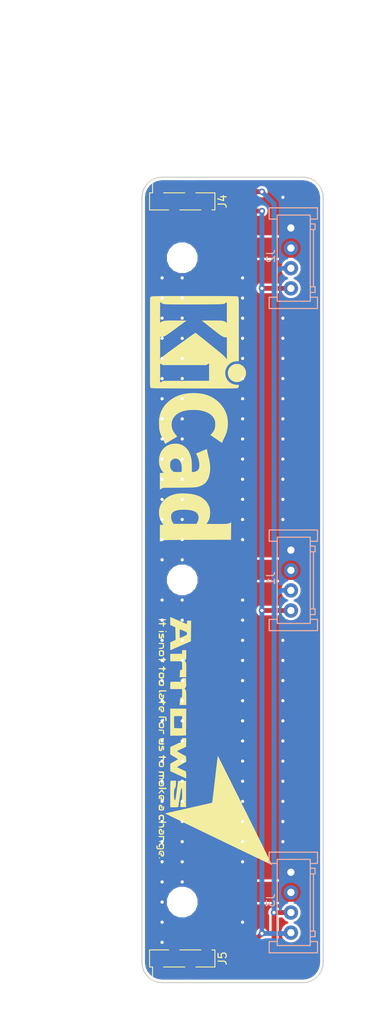
<source format=kicad_pcb>
(kicad_pcb (version 20171130) (host pcbnew "(5.0.2)-1")

  (general
    (thickness 1.6)
    (drawings 35)
    (tracks 149)
    (zones 0)
    (modules 10)
    (nets 5)
  )

  (page A4)
  (layers
    (0 F.Cu signal)
    (31 B.Cu signal)
    (32 B.Adhes user)
    (33 F.Adhes user)
    (34 B.Paste user)
    (35 F.Paste user)
    (36 B.SilkS user)
    (37 F.SilkS user)
    (38 B.Mask user)
    (39 F.Mask user)
    (40 Dwgs.User user)
    (41 Cmts.User user)
    (42 Eco1.User user)
    (43 Eco2.User user)
    (44 Edge.Cuts user)
    (45 Margin user)
    (46 B.CrtYd user)
    (47 F.CrtYd user)
    (48 B.Fab user)
    (49 F.Fab user)
  )

  (setup
    (last_trace_width 0.25)
    (user_trace_width 0.6)
    (trace_clearance 0.2)
    (zone_clearance 0.3)
    (zone_45_only yes)
    (trace_min 0.2)
    (segment_width 0.2)
    (edge_width 0.15)
    (via_size 0.8)
    (via_drill 0.4)
    (via_min_size 0.4)
    (via_min_drill 0.3)
    (uvia_size 0.3)
    (uvia_drill 0.1)
    (uvias_allowed no)
    (uvia_min_size 0.2)
    (uvia_min_drill 0.1)
    (pcb_text_width 0.3)
    (pcb_text_size 1.5 1.5)
    (mod_edge_width 0.15)
    (mod_text_size 1 1)
    (mod_text_width 0.15)
    (pad_size 1.524 1.524)
    (pad_drill 0.762)
    (pad_to_mask_clearance 0.051)
    (solder_mask_min_width 0.25)
    (aux_axis_origin 0 0)
    (visible_elements 7FFFFFFF)
    (pcbplotparams
      (layerselection 0x010fc_ffffffff)
      (usegerberextensions true)
      (usegerberattributes false)
      (usegerberadvancedattributes false)
      (creategerberjobfile false)
      (excludeedgelayer true)
      (linewidth 0.100000)
      (plotframeref false)
      (viasonmask false)
      (mode 1)
      (useauxorigin false)
      (hpglpennumber 1)
      (hpglpenspeed 20)
      (hpglpendiameter 15.000000)
      (psnegative false)
      (psa4output false)
      (plotreference true)
      (plotvalue true)
      (plotinvisibletext false)
      (padsonsilk false)
      (subtractmaskfromsilk false)
      (outputformat 1)
      (mirror false)
      (drillshape 0)
      (scaleselection 1)
      (outputdirectory "Gerber/"))
  )

  (net 0 "")
  (net 1 GND)
  (net 2 VCC)
  (net 3 /CANH)
  (net 4 /CANL)

  (net_class Default "これはデフォルトのネット クラスです。"
    (clearance 0.2)
    (trace_width 0.25)
    (via_dia 0.8)
    (via_drill 0.4)
    (uvia_dia 0.3)
    (uvia_drill 0.1)
    (add_net /CANH)
    (add_net /CANL)
    (add_net GND)
    (add_net VCC)
  )

  (module Connector_PinHeader_2.00mm:PinHeader_1x04_P2.00mm_Vertical_SMD_Pin1Left (layer F.Cu) (tedit 59FED667) (tstamp 5DA25199)
    (at 145 142 90)
    (descr "surface-mounted straight pin header, 1x04, 2.00mm pitch, single row, style 1 (pin 1 left)")
    (tags "Surface mounted pin header SMD 1x04 2.00mm single row style1 pin1 left")
    (path /5D9F5C91)
    (attr smd)
    (fp_text reference J5 (at 0 5 90) (layer F.SilkS)
      (effects (font (size 1 1) (thickness 0.15)))
    )
    (fp_text value Connet (at 0 5.06 90) (layer F.Fab)
      (effects (font (size 1 1) (thickness 0.15)))
    )
    (fp_line (start 1 4) (end -1 4) (layer F.Fab) (width 0.1))
    (fp_line (start -0.25 -4) (end 1 -4) (layer F.Fab) (width 0.1))
    (fp_line (start -1 4) (end -1 -3.25) (layer F.Fab) (width 0.1))
    (fp_line (start -1 -3.25) (end -0.25 -4) (layer F.Fab) (width 0.1))
    (fp_line (start 1 -4) (end 1 4) (layer F.Fab) (width 0.1))
    (fp_line (start -1 -3.25) (end -2.1 -3.25) (layer F.Fab) (width 0.1))
    (fp_line (start -2.1 -3.25) (end -2.1 -2.75) (layer F.Fab) (width 0.1))
    (fp_line (start -2.1 -2.75) (end -1 -2.75) (layer F.Fab) (width 0.1))
    (fp_line (start -1 0.75) (end -2.1 0.75) (layer F.Fab) (width 0.1))
    (fp_line (start -2.1 0.75) (end -2.1 1.25) (layer F.Fab) (width 0.1))
    (fp_line (start -2.1 1.25) (end -1 1.25) (layer F.Fab) (width 0.1))
    (fp_line (start 1 -1.25) (end 2.1 -1.25) (layer F.Fab) (width 0.1))
    (fp_line (start 2.1 -1.25) (end 2.1 -0.75) (layer F.Fab) (width 0.1))
    (fp_line (start 2.1 -0.75) (end 1 -0.75) (layer F.Fab) (width 0.1))
    (fp_line (start 1 2.75) (end 2.1 2.75) (layer F.Fab) (width 0.1))
    (fp_line (start 2.1 2.75) (end 2.1 3.25) (layer F.Fab) (width 0.1))
    (fp_line (start 2.1 3.25) (end 1 3.25) (layer F.Fab) (width 0.1))
    (fp_line (start -1.06 -4.06) (end 1.06 -4.06) (layer F.SilkS) (width 0.12))
    (fp_line (start -1.06 4.06) (end 1.06 4.06) (layer F.SilkS) (width 0.12))
    (fp_line (start 1.06 -4.06) (end 1.06 -1.685) (layer F.SilkS) (width 0.12))
    (fp_line (start -1.06 -3.685) (end -2.29 -3.685) (layer F.SilkS) (width 0.12))
    (fp_line (start -1.06 -4.06) (end -1.06 -3.685) (layer F.SilkS) (width 0.12))
    (fp_line (start 1.06 3.685) (end 1.06 4.06) (layer F.SilkS) (width 0.12))
    (fp_line (start 1.06 -0.315) (end 1.06 2.315) (layer F.SilkS) (width 0.12))
    (fp_line (start -1.06 -2.315) (end -1.06 0.315) (layer F.SilkS) (width 0.12))
    (fp_line (start -1.06 1.685) (end -1.06 4.06) (layer F.SilkS) (width 0.12))
    (fp_line (start -2.85 -4.5) (end -2.85 4.5) (layer F.CrtYd) (width 0.05))
    (fp_line (start -2.85 4.5) (end 2.85 4.5) (layer F.CrtYd) (width 0.05))
    (fp_line (start 2.85 4.5) (end 2.85 -4.5) (layer F.CrtYd) (width 0.05))
    (fp_line (start 2.85 -4.5) (end -2.85 -4.5) (layer F.CrtYd) (width 0.05))
    (fp_text user %R (at 0 0 180) (layer F.Fab)
      (effects (font (size 1 1) (thickness 0.15)))
    )
    (pad 1 smd rect (at -1.175 -3 90) (size 2.35 0.85) (layers F.Cu F.Paste F.Mask)
      (net 1 GND))
    (pad 3 smd rect (at -1.175 1 90) (size 2.35 0.85) (layers F.Cu F.Paste F.Mask)
      (net 3 /CANH))
    (pad 2 smd rect (at 1.175 -1 90) (size 2.35 0.85) (layers F.Cu F.Paste F.Mask)
      (net 2 VCC))
    (pad 4 smd rect (at 1.175 3 90) (size 2.35 0.85) (layers F.Cu F.Paste F.Mask)
      (net 4 /CANL))
    (model ${KISYS3DMOD}/Connector_PinHeader_2.00mm.3dshapes/PinHeader_1x04_P2.00mm_Vertical_SMD_Pin1Left.wrl
      (at (xyz 0 0 0))
      (scale (xyz 1 1 1))
      (rotate (xyz 0 0 0))
    )
  )

  (module Connector_PinHeader_2.00mm:PinHeader_1x04_P2.00mm_Vertical_SMD_Pin1Right (layer F.Cu) (tedit 59FED667) (tstamp 5DA31AD6)
    (at 145 48 90)
    (descr "surface-mounted straight pin header, 1x04, 2.00mm pitch, single row, style 2 (pin 1 right)")
    (tags "Surface mounted pin header SMD 1x04 2.00mm single row style2 pin1 right")
    (path /5DA151B0)
    (attr smd)
    (fp_text reference J4 (at 0 5 90) (layer F.SilkS)
      (effects (font (size 1 1) (thickness 0.15)))
    )
    (fp_text value Connet (at 0 5.06 90) (layer F.Fab)
      (effects (font (size 1 1) (thickness 0.15)))
    )
    (fp_line (start 1 4) (end -1 4) (layer F.Fab) (width 0.1))
    (fp_line (start -1 -4) (end 0.25 -4) (layer F.Fab) (width 0.1))
    (fp_line (start 1 4) (end 1 -3.25) (layer F.Fab) (width 0.1))
    (fp_line (start 1 -3.25) (end 0.25 -4) (layer F.Fab) (width 0.1))
    (fp_line (start -1 -4) (end -1 4) (layer F.Fab) (width 0.1))
    (fp_line (start -1 -1.25) (end -2.1 -1.25) (layer F.Fab) (width 0.1))
    (fp_line (start -2.1 -1.25) (end -2.1 -0.75) (layer F.Fab) (width 0.1))
    (fp_line (start -2.1 -0.75) (end -1 -0.75) (layer F.Fab) (width 0.1))
    (fp_line (start -1 2.75) (end -2.1 2.75) (layer F.Fab) (width 0.1))
    (fp_line (start -2.1 2.75) (end -2.1 3.25) (layer F.Fab) (width 0.1))
    (fp_line (start -2.1 3.25) (end -1 3.25) (layer F.Fab) (width 0.1))
    (fp_line (start 1 -3.25) (end 2.1 -3.25) (layer F.Fab) (width 0.1))
    (fp_line (start 2.1 -3.25) (end 2.1 -2.75) (layer F.Fab) (width 0.1))
    (fp_line (start 2.1 -2.75) (end 1 -2.75) (layer F.Fab) (width 0.1))
    (fp_line (start 1 0.75) (end 2.1 0.75) (layer F.Fab) (width 0.1))
    (fp_line (start 2.1 0.75) (end 2.1 1.25) (layer F.Fab) (width 0.1))
    (fp_line (start 2.1 1.25) (end 1 1.25) (layer F.Fab) (width 0.1))
    (fp_line (start -1.06 -4.06) (end 1.06 -4.06) (layer F.SilkS) (width 0.12))
    (fp_line (start -1.06 4.06) (end 1.06 4.06) (layer F.SilkS) (width 0.12))
    (fp_line (start 1.06 -2.315) (end 1.06 0.315) (layer F.SilkS) (width 0.12))
    (fp_line (start 1.06 1.685) (end 1.06 4.06) (layer F.SilkS) (width 0.12))
    (fp_line (start -1.06 -4.06) (end -1.06 -1.685) (layer F.SilkS) (width 0.12))
    (fp_line (start 1.06 -3.685) (end 2.29 -3.685) (layer F.SilkS) (width 0.12))
    (fp_line (start 1.06 -4.06) (end 1.06 -3.685) (layer F.SilkS) (width 0.12))
    (fp_line (start -1.06 3.685) (end -1.06 4.06) (layer F.SilkS) (width 0.12))
    (fp_line (start -1.06 -0.315) (end -1.06 2.315) (layer F.SilkS) (width 0.12))
    (fp_line (start -2.85 -4.5) (end -2.85 4.5) (layer F.CrtYd) (width 0.05))
    (fp_line (start -2.85 4.5) (end 2.85 4.5) (layer F.CrtYd) (width 0.05))
    (fp_line (start 2.85 4.5) (end 2.85 -4.5) (layer F.CrtYd) (width 0.05))
    (fp_line (start 2.85 -4.5) (end -2.85 -4.5) (layer F.CrtYd) (width 0.05))
    (fp_text user %R (at 0 0 180) (layer F.Fab)
      (effects (font (size 1 1) (thickness 0.15)))
    )
    (pad 2 smd rect (at -1.175 -1 90) (size 2.35 0.85) (layers F.Cu F.Paste F.Mask)
      (net 2 VCC))
    (pad 4 smd rect (at -1.175 3 90) (size 2.35 0.85) (layers F.Cu F.Paste F.Mask)
      (net 4 /CANL))
    (pad 1 smd rect (at 1.175 -3 90) (size 2.35 0.85) (layers F.Cu F.Paste F.Mask)
      (net 1 GND))
    (pad 3 smd rect (at 1.175 1 90) (size 2.35 0.85) (layers F.Cu F.Paste F.Mask)
      (net 3 /CANH))
    (model ${KISYS3DMOD}/Connector_PinHeader_2.00mm.3dshapes/PinHeader_1x04_P2.00mm_Vertical_SMD_Pin1Right.wrl
      (at (xyz 0 0 0))
      (scale (xyz 1 1 1))
      (rotate (xyz 0 0 0))
    )
  )

  (module MountingHole:MountingHole_3.2mm_M3 (layer F.Cu) (tedit 5D9F3C94) (tstamp 5DA25B03)
    (at 145 135)
    (descr "Mounting Hole 3.2mm, no annular, M3")
    (tags "mounting hole 3.2mm no annular m3")
    (attr virtual)
    (fp_text reference REF** (at 0 -4.2) (layer F.SilkS) hide
      (effects (font (size 1 1) (thickness 0.15)))
    )
    (fp_text value MountingHole_3.2mm_M3 (at 0 4.2) (layer F.Fab)
      (effects (font (size 1 1) (thickness 0.15)))
    )
    (fp_circle (center 0 0) (end 3.45 0) (layer F.CrtYd) (width 0.05))
    (fp_circle (center 0 0) (end 3.2 0) (layer Cmts.User) (width 0.15))
    (fp_text user %R (at 0.3 0) (layer F.Fab)
      (effects (font (size 1 1) (thickness 0.15)))
    )
    (pad 1 np_thru_hole circle (at 0 0) (size 3.2 3.2) (drill 3.2) (layers *.Cu *.Mask))
  )

  (module MountingHole:MountingHole_3.2mm_M3 (layer F.Cu) (tedit 5D9F3C94) (tstamp 5DA25AF5)
    (at 145 95)
    (descr "Mounting Hole 3.2mm, no annular, M3")
    (tags "mounting hole 3.2mm no annular m3")
    (attr virtual)
    (fp_text reference REF** (at 0 -4.2) (layer F.SilkS) hide
      (effects (font (size 1 1) (thickness 0.15)))
    )
    (fp_text value MountingHole_3.2mm_M3 (at 0 4.2) (layer F.Fab)
      (effects (font (size 1 1) (thickness 0.15)))
    )
    (fp_text user %R (at 0.3 0) (layer F.Fab)
      (effects (font (size 1 1) (thickness 0.15)))
    )
    (fp_circle (center 0 0) (end 3.2 0) (layer Cmts.User) (width 0.15))
    (fp_circle (center 0 0) (end 3.45 0) (layer F.CrtYd) (width 0.05))
    (pad 1 np_thru_hole circle (at 0 0) (size 3.2 3.2) (drill 3.2) (layers *.Cu *.Mask))
  )

  (module KUTKiCad_footprint:JST_JQ_04JQ-BT_1x04_P2.5mm_Vertical (layer B.Cu) (tedit 5D6E9E09) (tstamp 5DA24C37)
    (at 158.5 91.3 90)
    (path /5D9F2999)
    (fp_text reference J1 (at -3.5 -2.5 90) (layer B.SilkS)
      (effects (font (size 1 1) (thickness 0.15)) (justify mirror))
    )
    (fp_text value Port (at -4 5 90) (layer B.Fab)
      (effects (font (size 1 1) (thickness 0.15)) (justify mirror))
    )
    (fp_line (start -0.2 2.8) (end -7.3 2.8) (layer B.SilkS) (width 0.15))
    (fp_line (start 0.5 2.4) (end 0.5 3) (layer B.SilkS) (width 0.15))
    (fp_line (start 0.5 3) (end -0.2 3) (layer B.SilkS) (width 0.15))
    (fp_line (start -0.2 3) (end -0.2 2.4) (layer B.SilkS) (width 0.15))
    (fp_line (start -8 2.4) (end -8 3) (layer B.SilkS) (width 0.15))
    (fp_line (start -8 3) (end -7.3 3) (layer B.SilkS) (width 0.15))
    (fp_line (start -7.3 3) (end -7.3 2.4) (layer B.SilkS) (width 0.15))
    (fp_line (start 2 3.3) (end 1.1 3.3) (layer B.SilkS) (width 0.15))
    (fp_line (start -8.6 3.3) (end -10 3.3) (layer B.SilkS) (width 0.15))
    (fp_line (start -8.6 -1.7) (end -8.6 -2.7) (layer B.SilkS) (width 0.15))
    (fp_line (start -8.6 -2.7) (end -10 -2.7) (layer B.SilkS) (width 0.15))
    (fp_line (start -8.6 2.4) (end -8.6 3.3) (layer B.SilkS) (width 0.15))
    (fp_line (start 2 -2.7) (end 1.1 -2.7) (layer B.SilkS) (width 0.15))
    (fp_line (start 1.1 -1.7) (end 1.1 -2.7) (layer B.SilkS) (width 0.15))
    (fp_line (start 1.1 3.3) (end 1.1 2.4) (layer B.SilkS) (width 0.15))
    (fp_line (start -9.1 2.4) (end 1.6 2.4) (layer B.SilkS) (width 0.15))
    (fp_line (start 1.6 -1.7) (end -9.1 -1.7) (layer B.SilkS) (width 0.15))
    (fp_line (start 1.6 0) (end 1.6 -1.7) (layer B.SilkS) (width 0.15))
    (fp_line (start 1.6 0) (end 1.6 2.4) (layer B.SilkS) (width 0.15))
    (fp_line (start -9.1 0) (end -9.1 -1.7) (layer B.SilkS) (width 0.15))
    (fp_line (start -9.1 0) (end -9.1 2.4) (layer B.SilkS) (width 0.15))
    (fp_line (start 2 3.3) (end 2.5 3.3) (layer B.SilkS) (width 0.15))
    (fp_line (start 2.5 3.3) (end 2.5 -2.7) (layer B.SilkS) (width 0.15))
    (fp_line (start 2.5 -2.7) (end 2 -2.7) (layer B.SilkS) (width 0.15))
    (fp_line (start -10 -2.7) (end -10 3.3) (layer B.SilkS) (width 0.15))
    (pad 1 thru_hole rect (at 0 0 90) (size 1.8 1.8) (drill 0.9) (layers *.Cu *.Mask)
      (net 1 GND))
    (pad 2 thru_hole circle (at -2.5 0 90) (size 1.8 1.8) (drill 0.9) (layers *.Cu *.Mask)
      (net 2 VCC))
    (pad 3 thru_hole circle (at -5 0 90) (size 1.8 1.8) (drill 0.9) (layers *.Cu *.Mask)
      (net 3 /CANH))
    (pad 4 thru_hole circle (at -7.5 0 90) (size 1.8 1.8) (drill 0.9) (layers *.Cu *.Mask)
      (net 4 /CANL))
  )

  (module KUTKiCad_footprint:JST_JQ_04JQ-BT_1x04_P2.5mm_Vertical (layer B.Cu) (tedit 5D6E9E09) (tstamp 5DA01FCE)
    (at 158.5 51.3 90)
    (path /5D9F288B)
    (fp_text reference J2 (at -3.5 -2.5 90) (layer B.SilkS)
      (effects (font (size 1 1) (thickness 0.15)) (justify mirror))
    )
    (fp_text value Port (at -4 5 90) (layer B.Fab)
      (effects (font (size 1 1) (thickness 0.15)) (justify mirror))
    )
    (fp_line (start -10 -2.7) (end -10 3.3) (layer B.SilkS) (width 0.15))
    (fp_line (start 2.5 -2.7) (end 2 -2.7) (layer B.SilkS) (width 0.15))
    (fp_line (start 2.5 3.3) (end 2.5 -2.7) (layer B.SilkS) (width 0.15))
    (fp_line (start 2 3.3) (end 2.5 3.3) (layer B.SilkS) (width 0.15))
    (fp_line (start -9.1 0) (end -9.1 2.4) (layer B.SilkS) (width 0.15))
    (fp_line (start -9.1 0) (end -9.1 -1.7) (layer B.SilkS) (width 0.15))
    (fp_line (start 1.6 0) (end 1.6 2.4) (layer B.SilkS) (width 0.15))
    (fp_line (start 1.6 0) (end 1.6 -1.7) (layer B.SilkS) (width 0.15))
    (fp_line (start 1.6 -1.7) (end -9.1 -1.7) (layer B.SilkS) (width 0.15))
    (fp_line (start -9.1 2.4) (end 1.6 2.4) (layer B.SilkS) (width 0.15))
    (fp_line (start 1.1 3.3) (end 1.1 2.4) (layer B.SilkS) (width 0.15))
    (fp_line (start 1.1 -1.7) (end 1.1 -2.7) (layer B.SilkS) (width 0.15))
    (fp_line (start 2 -2.7) (end 1.1 -2.7) (layer B.SilkS) (width 0.15))
    (fp_line (start -8.6 2.4) (end -8.6 3.3) (layer B.SilkS) (width 0.15))
    (fp_line (start -8.6 -2.7) (end -10 -2.7) (layer B.SilkS) (width 0.15))
    (fp_line (start -8.6 -1.7) (end -8.6 -2.7) (layer B.SilkS) (width 0.15))
    (fp_line (start -8.6 3.3) (end -10 3.3) (layer B.SilkS) (width 0.15))
    (fp_line (start 2 3.3) (end 1.1 3.3) (layer B.SilkS) (width 0.15))
    (fp_line (start -7.3 3) (end -7.3 2.4) (layer B.SilkS) (width 0.15))
    (fp_line (start -8 3) (end -7.3 3) (layer B.SilkS) (width 0.15))
    (fp_line (start -8 2.4) (end -8 3) (layer B.SilkS) (width 0.15))
    (fp_line (start -0.2 3) (end -0.2 2.4) (layer B.SilkS) (width 0.15))
    (fp_line (start 0.5 3) (end -0.2 3) (layer B.SilkS) (width 0.15))
    (fp_line (start 0.5 2.4) (end 0.5 3) (layer B.SilkS) (width 0.15))
    (fp_line (start -0.2 2.8) (end -7.3 2.8) (layer B.SilkS) (width 0.15))
    (pad 4 thru_hole circle (at -7.5 0 90) (size 1.8 1.8) (drill 0.9) (layers *.Cu *.Mask)
      (net 4 /CANL))
    (pad 3 thru_hole circle (at -5 0 90) (size 1.8 1.8) (drill 0.9) (layers *.Cu *.Mask)
      (net 3 /CANH))
    (pad 2 thru_hole circle (at -2.5 0 90) (size 1.8 1.8) (drill 0.9) (layers *.Cu *.Mask)
      (net 2 VCC))
    (pad 1 thru_hole rect (at 0 0 90) (size 1.8 1.8) (drill 0.9) (layers *.Cu *.Mask)
      (net 1 GND))
  )

  (module KUTKiCad_footprint:JST_JQ_04JQ-BT_1x04_P2.5mm_Vertical (layer B.Cu) (tedit 5D6E9E09) (tstamp 5DA24A24)
    (at 158.5 131.3 90)
    (path /5D9F25DC)
    (fp_text reference J3 (at -3.5 -2.5 90) (layer B.SilkS)
      (effects (font (size 1 1) (thickness 0.15)) (justify mirror))
    )
    (fp_text value Port (at -4 5 90) (layer B.Fab)
      (effects (font (size 1 1) (thickness 0.15)) (justify mirror))
    )
    (fp_line (start -0.2 2.8) (end -7.3 2.8) (layer B.SilkS) (width 0.15))
    (fp_line (start 0.5 2.4) (end 0.5 3) (layer B.SilkS) (width 0.15))
    (fp_line (start 0.5 3) (end -0.2 3) (layer B.SilkS) (width 0.15))
    (fp_line (start -0.2 3) (end -0.2 2.4) (layer B.SilkS) (width 0.15))
    (fp_line (start -8 2.4) (end -8 3) (layer B.SilkS) (width 0.15))
    (fp_line (start -8 3) (end -7.3 3) (layer B.SilkS) (width 0.15))
    (fp_line (start -7.3 3) (end -7.3 2.4) (layer B.SilkS) (width 0.15))
    (fp_line (start 2 3.3) (end 1.1 3.3) (layer B.SilkS) (width 0.15))
    (fp_line (start -8.6 3.3) (end -10 3.3) (layer B.SilkS) (width 0.15))
    (fp_line (start -8.6 -1.7) (end -8.6 -2.7) (layer B.SilkS) (width 0.15))
    (fp_line (start -8.6 -2.7) (end -10 -2.7) (layer B.SilkS) (width 0.15))
    (fp_line (start -8.6 2.4) (end -8.6 3.3) (layer B.SilkS) (width 0.15))
    (fp_line (start 2 -2.7) (end 1.1 -2.7) (layer B.SilkS) (width 0.15))
    (fp_line (start 1.1 -1.7) (end 1.1 -2.7) (layer B.SilkS) (width 0.15))
    (fp_line (start 1.1 3.3) (end 1.1 2.4) (layer B.SilkS) (width 0.15))
    (fp_line (start -9.1 2.4) (end 1.6 2.4) (layer B.SilkS) (width 0.15))
    (fp_line (start 1.6 -1.7) (end -9.1 -1.7) (layer B.SilkS) (width 0.15))
    (fp_line (start 1.6 0) (end 1.6 -1.7) (layer B.SilkS) (width 0.15))
    (fp_line (start 1.6 0) (end 1.6 2.4) (layer B.SilkS) (width 0.15))
    (fp_line (start -9.1 0) (end -9.1 -1.7) (layer B.SilkS) (width 0.15))
    (fp_line (start -9.1 0) (end -9.1 2.4) (layer B.SilkS) (width 0.15))
    (fp_line (start 2 3.3) (end 2.5 3.3) (layer B.SilkS) (width 0.15))
    (fp_line (start 2.5 3.3) (end 2.5 -2.7) (layer B.SilkS) (width 0.15))
    (fp_line (start 2.5 -2.7) (end 2 -2.7) (layer B.SilkS) (width 0.15))
    (fp_line (start -10 -2.7) (end -10 3.3) (layer B.SilkS) (width 0.15))
    (pad 1 thru_hole rect (at 0 0 90) (size 1.8 1.8) (drill 0.9) (layers *.Cu *.Mask)
      (net 1 GND))
    (pad 2 thru_hole circle (at -2.5 0 90) (size 1.8 1.8) (drill 0.9) (layers *.Cu *.Mask)
      (net 2 VCC))
    (pad 3 thru_hole circle (at -5 0 90) (size 1.8 1.8) (drill 0.9) (layers *.Cu *.Mask)
      (net 3 /CANH))
    (pad 4 thru_hole circle (at -7.5 0 90) (size 1.8 1.8) (drill 0.9) (layers *.Cu *.Mask)
      (net 4 /CANL))
  )

  (module MountingHole:MountingHole_3.2mm_M3 (layer F.Cu) (tedit 5D9F3C94) (tstamp 5DA25AAE)
    (at 145 55)
    (descr "Mounting Hole 3.2mm, no annular, M3")
    (tags "mounting hole 3.2mm no annular m3")
    (attr virtual)
    (fp_text reference REF** (at 0 -4.2) (layer F.SilkS) hide
      (effects (font (size 1 1) (thickness 0.15)))
    )
    (fp_text value MountingHole_3.2mm_M3 (at 0 4.2) (layer F.Fab)
      (effects (font (size 1 1) (thickness 0.15)))
    )
    (fp_circle (center 0 0) (end 3.45 0) (layer F.CrtYd) (width 0.05))
    (fp_circle (center 0 0) (end 3.2 0) (layer Cmts.User) (width 0.15))
    (fp_text user %R (at 0.3 0) (layer F.Fab)
      (effects (font (size 1 1) (thickness 0.15)))
    )
    (pad 1 np_thru_hole circle (at 0 0) (size 3.2 3.2) (drill 3.2) (layers *.Cu *.Mask))
  )

  (module logo:arrows (layer F.Cu) (tedit 0) (tstamp 5DA1751C)
    (at 149 115 270)
    (fp_text reference G*** (at 0 0 270) (layer F.SilkS) hide
      (effects (font (size 1.524 1.524) (thickness 0.3)))
    )
    (fp_text value LOGO (at 0.75 0 270) (layer F.SilkS) hide
      (effects (font (size 1.524 1.524) (thickness 0.3)))
    )
    (fp_poly (pts (xy 8.2042 4.2418) (xy 7.9756 4.228585) (xy 7.678933 4.205874) (xy 7.475514 4.176564)
      (xy 7.357103 4.138878) (xy 7.315463 4.091043) (xy 7.3152 4.086287) (xy 7.299083 4.057071)
      (xy 7.241447 4.036551) (xy 7.12836 4.023344) (xy 6.945891 4.016067) (xy 6.68011 4.013338)
      (xy 6.5786 4.0132) (xy 6.256503 4.016734) (xy 6.029748 4.028038) (xy 5.8923 4.048167)
      (xy 5.838121 4.078172) (xy 5.861177 4.119108) (xy 5.883553 4.134485) (xy 5.94407 4.148952)
      (xy 6.08999 4.174976) (xy 6.306086 4.21011) (xy 6.577131 4.251907) (xy 6.887898 4.297921)
      (xy 7.013853 4.316092) (xy 7.337419 4.363051) (xy 7.628654 4.406493) (xy 7.871932 4.443991)
      (xy 8.051629 4.47312) (xy 8.152119 4.491453) (xy 8.1661 4.495014) (xy 8.199253 4.546217)
      (xy 8.219811 4.677027) (xy 8.22891 4.896517) (xy 8.2296 5.002205) (xy 8.2296 5.4864)
      (xy 6.612466 5.4864) (xy 6.21683 5.485373) (xy 5.854133 5.482463) (xy 5.536767 5.477924)
      (xy 5.277125 5.47201) (xy 5.087601 5.464975) (xy 4.980586 5.457073) (xy 4.961466 5.452533)
      (xy 4.943838 5.387568) (xy 4.93159 5.251969) (xy 4.9276 5.096933) (xy 4.9276 4.7752)
      (xy 5.1689 4.778965) (xy 5.452671 4.79298) (xy 5.671603 4.823591) (xy 5.813775 4.868261)
      (xy 5.867267 4.924453) (xy 5.8674 4.9276) (xy 5.914413 4.96294) (xy 6.040766 4.991074)
      (xy 6.224428 5.011621) (xy 6.443368 5.024203) (xy 6.675556 5.028439) (xy 6.898961 5.023949)
      (xy 7.091552 5.010354) (xy 7.231299 4.987273) (xy 7.29617 4.954327) (xy 7.297117 4.952249)
      (xy 7.314127 4.873481) (xy 7.308775 4.853496) (xy 7.255257 4.841152) (xy 7.115422 4.816799)
      (xy 6.903544 4.782701) (xy 6.633898 4.741122) (xy 6.320761 4.694326) (xy 6.1214 4.665187)
      (xy 4.953 4.4958) (xy 4.953 3.5306) (xy 8.2042 3.5306) (xy 8.2042 4.2418)) (layer F.SilkS) (width 0.01))
    (fp_poly (pts (xy 2.894873 4.088084) (xy 3.016854 4.301596) (xy 3.123388 4.474432) (xy 3.204514 4.591422)
      (xy 3.250272 4.637397) (xy 3.254799 4.636275) (xy 3.289524 4.57614) (xy 3.355072 4.44456)
      (xy 3.441014 4.262935) (xy 3.508938 4.1148) (xy 3.604668 3.907182) (xy 3.689077 3.731047)
      (xy 3.751053 3.609207) (xy 3.774942 3.5687) (xy 3.840112 3.541489) (xy 3.971396 3.52091)
      (xy 4.140325 3.507816) (xy 4.318428 3.503058) (xy 4.477236 3.507488) (xy 4.588276 3.521958)
      (xy 4.623869 3.5433) (xy 4.603797 3.598911) (xy 4.547128 3.732326) (xy 4.46019 3.929257)
      (xy 4.349308 4.175419) (xy 4.22081 4.456527) (xy 4.185147 4.5339) (xy 3.745356 5.4864)
      (xy 3.282378 5.486386) (xy 2.8194 5.486373) (xy 2.547899 5.003786) (xy 2.436648 4.80873)
      (xy 2.344071 4.651467) (xy 2.280982 4.550044) (xy 2.258763 4.5212) (xy 2.227554 4.562177)
      (xy 2.156438 4.673278) (xy 2.056508 4.836755) (xy 1.957101 5.0038) (xy 1.673076 5.4864)
      (xy 0.756032 5.4864) (xy 0.489306 4.9149) (xy 0.379511 4.677858) (xy 0.279691 4.45911)
      (xy 0.201088 4.283497) (xy 0.155927 4.1783) (xy 0.103751 4.074308) (xy 0.03467 4.026507)
      (xy -0.088759 4.013515) (xy -0.133164 4.0132) (xy -0.3556 4.0132) (xy -0.3556 3.501762)
      (xy 0.186611 3.516181) (xy 0.728823 3.5306) (xy 0.984145 4.102126) (xy 1.084037 4.316495)
      (xy 1.171876 4.487914) (xy 1.23869 4.600045) (xy 1.275507 4.636553) (xy 1.277087 4.635526)
      (xy 1.315257 4.57838) (xy 1.391276 4.451082) (xy 1.494089 4.272537) (xy 1.611333 4.064)
      (xy 1.907957 3.5306) (xy 2.239267 3.515809) (xy 2.570578 3.501018) (xy 2.894873 4.088084)) (layer F.SilkS) (width 0.01))
    (fp_poly (pts (xy -2.3495 3.517205) (xy -0.6858 3.5306) (xy -0.672004 4.5085) (xy -0.658207 5.4864)
      (xy -4.0132 5.4864) (xy -4.0132 4.0132) (xy -3.0988 4.0132) (xy -3.0988 4.487333)
      (xy -3.095249 4.697824) (xy -3.085722 4.868516) (xy -3.071915 4.974896) (xy -3.063599 4.996668)
      (xy -3.002642 5.008409) (xy -2.859472 5.016461) (xy -2.653425 5.020278) (xy -2.403838 5.019313)
      (xy -2.314299 5.017835) (xy -1.6002 5.0038) (xy -1.585661 4.5085) (xy -1.571121 4.0132)
      (xy -3.0988 4.0132) (xy -4.0132 4.0132) (xy -4.0132 3.503811) (xy -2.3495 3.517205)) (layer F.SilkS) (width 0.01))
    (fp_poly (pts (xy -4.4704 4.324982) (xy -4.8895 4.289611) (xy -5.11641 4.269207) (xy -5.260698 4.249852)
      (xy -5.341044 4.224837) (xy -5.37613 4.187457) (xy -5.384637 4.131006) (xy -5.3848 4.111801)
      (xy -5.392171 4.06777) (xy -5.426219 4.039208) (xy -5.504854 4.022804) (xy -5.645981 4.015248)
      (xy -5.867509 4.01323) (xy -5.9182 4.0132) (xy -6.4516 4.0132) (xy -6.4516 5.4864)
      (xy -6.884995 5.4864) (xy -7.115759 5.481431) (xy -7.259969 5.465049) (xy -7.332252 5.435041)
      (xy -7.345108 5.41677) (xy -7.353979 5.341932) (xy -7.359155 5.187048) (xy -7.36031 4.973617)
      (xy -7.357119 4.723139) (xy -7.356214 4.682346) (xy -7.3406 4.01755) (xy -7.7978 3.9878)
      (xy -7.7978 3.5306) (xy -7.269654 3.51604) (xy -7.028863 3.511161) (xy -6.866835 3.514675)
      (xy -6.760854 3.53001) (xy -6.688204 3.560594) (xy -6.62617 3.609856) (xy -6.621954 3.613795)
      (xy -6.5024 3.72611) (xy -6.384826 3.615655) (xy -6.33729 3.575931) (xy -6.281446 3.547065)
      (xy -6.20142 3.527332) (xy -6.081335 3.515006) (xy -5.905315 3.50836) (xy -5.657482 3.505668)
      (xy -5.368826 3.5052) (xy -4.4704 3.5052) (xy -4.4704 4.324982)) (layer F.SilkS) (width 0.01))
    (fp_poly (pts (xy -10.477489 3.507271) (xy -10.309043 3.51565) (xy -10.200519 3.533586) (xy -10.131101 3.564329)
      (xy -10.085125 3.605336) (xy -10.018072 3.670913) (xy -9.96327 3.67335) (xy -9.876501 3.612647)
      (xy -9.867201 3.605336) (xy -9.813324 3.569218) (xy -9.746729 3.542943) (xy -9.651494 3.524971)
      (xy -9.511695 3.51376) (xy -9.31141 3.50777) (xy -9.034715 3.50546) (xy -8.83235 3.5052)
      (xy -7.9248 3.5052) (xy -7.9248 4.332473) (xy -8.237052 4.299836) (xy -8.43109 4.282027)
      (xy -8.60554 4.270172) (xy -8.694252 4.2672) (xy -8.799694 4.251806) (xy -8.836678 4.18765)
      (xy -8.8392 4.1402) (xy -8.8392 4.0132) (xy -9.906 4.0132) (xy -9.906 5.4864)
      (xy -10.8204 5.4864) (xy -10.8204 4.0132) (xy -11.2776 4.0132) (xy -11.2776 3.5052)
      (xy -10.726674 3.5052) (xy -10.477489 3.507271)) (layer F.SilkS) (width 0.01))
    (fp_poly (pts (xy -13.66119 2.907427) (xy -12.38718 2.921) (xy -11.83239 4.190834) (xy -11.6868 4.524521)
      (xy -11.555494 4.826338) (xy -11.443701 5.084195) (xy -11.356649 5.286005) (xy -11.299566 5.41968)
      (xy -11.27768 5.473132) (xy -11.2776 5.473534) (xy -11.324734 5.479046) (xy -11.451473 5.483378)
      (xy -11.635825 5.485947) (xy -11.763386 5.4864) (xy -12.249172 5.4864) (xy -12.399475 5.154915)
      (xy -12.549777 4.823431) (xy -13.340287 4.837415) (xy -14.130798 4.8514) (xy -14.266299 5.168292)
      (xy -14.4018 5.485185) (xy -14.897782 5.485792) (xy -15.393764 5.4864) (xy -15.32309 5.3213)
      (xy -15.279765 5.221054) (xy -15.203981 5.046692) (xy -15.104 4.817182) (xy -14.988083 4.55149)
      (xy -14.890608 4.328336) (xy -14.873458 4.28871) (xy -13.8684 4.28871) (xy -13.821102 4.300734)
      (xy -13.693198 4.310365) (xy -13.505674 4.316453) (xy -13.335 4.318) (xy -13.116044 4.313875)
      (xy -12.940643 4.302722) (xy -12.829782 4.286369) (xy -12.8016 4.271481) (xy -12.821304 4.206939)
      (xy -12.873955 4.074101) (xy -12.94987 3.896895) (xy -12.986683 3.814281) (xy -13.077413 3.617831)
      (xy -13.143453 3.496637) (xy -13.200206 3.432603) (xy -13.263076 3.407632) (xy -13.336254 3.4036)
      (xy -13.415975 3.408635) (xy -13.475937 3.435681) (xy -13.530719 3.502649) (xy -13.594901 3.62745)
      (xy -13.683063 3.827996) (xy -13.684572 3.83151) (xy -13.765328 4.022487) (xy -13.828016 4.17644)
      (xy -13.863599 4.270889) (xy -13.8684 4.28871) (xy -14.873458 4.28871) (xy -14.773769 4.058386)
      (xy -14.672637 3.819747) (xy -14.593776 3.62832) (xy -14.543753 3.500007) (xy -14.528801 3.452036)
      (xy -14.573874 3.421703) (xy -14.68647 3.404834) (xy -14.732 3.4036) (xy -14.9352 3.4036)
      (xy -14.9352 2.893855) (xy -13.66119 2.907427)) (layer F.SilkS) (width 0.01))
    (fp_poly (pts (xy 15.363743 -7.091281) (xy 15.3025 -6.95974) (xy 15.20303 -6.749172) (xy 15.068331 -6.465801)
      (xy 14.901398 -6.115847) (xy 14.70523 -5.705534) (xy 14.482823 -5.241083) (xy 14.237175 -4.728717)
      (xy 13.971284 -4.174659) (xy 13.688146 -3.58513) (xy 13.390758 -2.966354) (xy 13.082118 -2.324552)
      (xy 12.765224 -1.665946) (xy 12.443071 -0.99676) (xy 12.118658 -0.323215) (xy 11.794982 0.348466)
      (xy 11.47504 1.012061) (xy 11.161829 1.661348) (xy 10.858346 2.290104) (xy 10.567589 2.892107)
      (xy 10.292555 3.461135) (xy 10.036241 3.990965) (xy 9.801645 4.475375) (xy 9.591763 4.908142)
      (xy 9.409592 5.283045) (xy 9.258131 5.593861) (xy 9.140377 5.834367) (xy 9.059325 5.998342)
      (xy 9.017975 6.079563) (xy 9.013565 6.087128) (xy 8.991061 6.060948) (xy 8.97261 6.010928)
      (xy 8.956495 5.945338) (xy 8.920249 5.789815) (xy 8.865964 5.553566) (xy 8.795733 5.245796)
      (xy 8.711649 4.875712) (xy 8.615804 4.45252) (xy 8.510292 3.985426) (xy 8.397205 3.483638)
      (xy 8.312758 3.108219) (xy 8.196046 2.590013) (xy 8.085702 2.102131) (xy 7.98377 1.653463)
      (xy 7.892291 1.252901) (xy 7.813307 0.909335) (xy 7.74886 0.631655) (xy 7.700992 0.428753)
      (xy 7.671745 0.30952) (xy 7.663286 0.280375) (xy 7.610956 0.271434) (xy 7.466686 0.252043)
      (xy 7.239478 0.223293) (xy 6.938333 0.186271) (xy 6.572255 0.142067) (xy 6.150244 0.091768)
      (xy 5.681305 0.036465) (xy 5.174438 -0.022754) (xy 4.754553 -0.071424) (xy 4.224286 -0.132897)
      (xy 3.724952 -0.191208) (xy 3.265541 -0.245279) (xy 2.855041 -0.294032) (xy 2.50244 -0.336389)
      (xy 2.216726 -0.371271) (xy 2.006887 -0.3976) (xy 1.881913 -0.414297) (xy 1.849101 -0.419966)
      (xy 1.892074 -0.443834) (xy 2.021074 -0.510375) (xy 2.231118 -0.617097) (xy 2.517225 -0.761507)
      (xy 2.874411 -0.941113) (xy 3.297694 -1.153422) (xy 3.782091 -1.395943) (xy 4.322622 -1.666183)
      (xy 4.914302 -1.961649) (xy 5.55215 -2.27985) (xy 6.231183 -2.618292) (xy 6.946419 -2.974484)
      (xy 7.692875 -3.345934) (xy 8.46557 -3.730148) (xy 8.598823 -3.796377) (xy 9.375883 -4.182365)
      (xy 10.127984 -4.555556) (xy 10.850116 -4.913483) (xy 11.537264 -5.253677) (xy 12.184419 -5.57367)
      (xy 12.786567 -5.870995) (xy 13.338698 -6.143182) (xy 13.835799 -6.387765) (xy 14.272857 -6.602275)
      (xy 14.644863 -6.784244) (xy 14.946802 -6.931204) (xy 15.173664 -7.040686) (xy 15.320437 -7.110224)
      (xy 15.382109 -7.137348) (xy 15.383761 -7.137573) (xy 15.363743 -7.091281)) (layer F.SilkS) (width 0.01))
    (fp_poly (pts (xy -13.521651 5.984263) (xy -13.5128 6.0198) (xy -13.553464 6.087149) (xy -13.589 6.096)
      (xy -13.65635 6.055336) (xy -13.6652 6.0198) (xy -13.624537 5.95245) (xy -13.589 5.9436)
      (xy -13.521651 5.984263)) (layer F.SilkS) (width 0.01))
    (fp_poly (pts (xy -2.484697 6.264923) (xy -2.438722 6.31766) (xy -2.4384 6.3246) (xy -2.476956 6.380958)
      (xy -2.600007 6.400662) (xy -2.6162 6.4008) (xy -2.747704 6.384276) (xy -2.793679 6.331539)
      (xy -2.794 6.3246) (xy -2.755445 6.268241) (xy -2.632394 6.248537) (xy -2.6162 6.2484)
      (xy -2.484697 6.264923)) (layer F.SilkS) (width 0.01))
    (fp_poly (pts (xy 14.574221 6.79759) (xy 14.5796 6.8326) (xy 14.548402 6.90266) (xy 14.478264 6.890106)
      (xy 14.462447 6.876314) (xy 14.452174 6.812989) (xy 14.503662 6.761644) (xy 14.531798 6.7564)
      (xy 14.574221 6.79759)) (layer F.SilkS) (width 0.01))
    (fp_poly (pts (xy 3.067253 6.262831) (xy 3.184023 6.316851) (xy 3.239071 6.426546) (xy 3.2512 6.5786)
      (xy 3.237141 6.72533) (xy 3.202189 6.831845) (xy 3.19024 6.847839) (xy 3.098946 6.886246)
      (xy 2.948454 6.905075) (xy 2.779262 6.904326) (xy 2.631867 6.884) (xy 2.55016 6.84784)
      (xy 2.50782 6.751126) (xy 2.501265 6.692235) (xy 2.646118 6.692235) (xy 2.674082 6.74038)
      (xy 2.760536 6.755281) (xy 2.866981 6.7564) (xy 3.008718 6.752826) (xy 3.076314 6.727833)
      (xy 3.09723 6.660014) (xy 3.0988 6.575679) (xy 3.0988 6.394958) (xy 2.8829 6.410579)
      (xy 2.746361 6.426773) (xy 2.680838 6.46487) (xy 2.655768 6.548699) (xy 2.651081 6.5913)
      (xy 2.646118 6.692235) (xy 2.501265 6.692235) (xy 2.491212 6.601937) (xy 2.500336 6.446086)
      (xy 2.535191 6.329385) (xy 2.55016 6.30936) (xy 2.633524 6.274088) (xy 2.778103 6.252077)
      (xy 2.8702 6.2484) (xy 3.067253 6.262831)) (layer F.SilkS) (width 0.01))
    (fp_poly (pts (xy -5.355033 6.264214) (xy -5.242425 6.322778) (xy -5.191056 6.440776) (xy -5.1816 6.5786)
      (xy -5.195659 6.72533) (xy -5.230611 6.831845) (xy -5.24256 6.847839) (xy -5.333854 6.886246)
      (xy -5.484346 6.905075) (xy -5.653538 6.904326) (xy -5.800933 6.884) (xy -5.88264 6.84784)
      (xy -5.938792 6.736311) (xy -5.912118 6.621106) (xy -5.818466 6.52275) (xy -5.673686 6.461771)
      (xy -5.576697 6.4516) (xy -5.464139 6.474728) (xy -5.43386 6.526841) (xy -5.482647 6.582033)
      (xy -5.596788 6.613481) (xy -5.736825 6.644463) (xy -5.78332 6.689362) (xy -5.739708 6.731791)
      (xy -5.609423 6.755367) (xy -5.566834 6.7564) (xy -5.424695 6.752811) (xy -5.356757 6.728097)
      (xy -5.335621 6.661335) (xy -5.334 6.5786) (xy -5.338881 6.469351) (xy -5.371954 6.417619)
      (xy -5.460873 6.401896) (xy -5.5626 6.4008) (xy -5.713274 6.390827) (xy -5.781905 6.356919)
      (xy -5.7912 6.3246) (xy -5.763006 6.275804) (xy -5.666028 6.252568) (xy -5.54736 6.2484)
      (xy -5.355033 6.264214)) (layer F.SilkS) (width 0.01))
    (fp_poly (pts (xy -10.699547 6.262831) (xy -10.582777 6.316851) (xy -10.527729 6.426546) (xy -10.5156 6.5786)
      (xy -10.529659 6.72533) (xy -10.564611 6.831845) (xy -10.57656 6.847839) (xy -10.667854 6.886246)
      (xy -10.818346 6.905075) (xy -10.987538 6.904326) (xy -11.134933 6.884) (xy -11.21664 6.84784)
      (xy -11.25898 6.751126) (xy -11.265535 6.692235) (xy -11.120682 6.692235) (xy -11.092718 6.74038)
      (xy -11.006264 6.755281) (xy -10.899819 6.7564) (xy -10.758082 6.752826) (xy -10.690486 6.727833)
      (xy -10.66957 6.660014) (xy -10.668 6.575679) (xy -10.668 6.394958) (xy -10.8839 6.410579)
      (xy -11.020439 6.426773) (xy -11.085962 6.46487) (xy -11.111032 6.548699) (xy -11.115719 6.5913)
      (xy -11.120682 6.692235) (xy -11.265535 6.692235) (xy -11.275588 6.601937) (xy -11.266464 6.446086)
      (xy -11.231609 6.329385) (xy -11.21664 6.30936) (xy -11.133276 6.274088) (xy -10.988697 6.252077)
      (xy -10.8966 6.2484) (xy -10.699547 6.262831)) (layer F.SilkS) (width 0.01))
    (fp_poly (pts (xy 14.198768 6.2665) (xy 14.324711 6.324317) (xy 14.374639 6.427119) (xy 14.3764 6.458131)
      (xy 14.330715 6.585812) (xy 14.209285 6.674075) (xy 14.042571 6.7056) (xy 13.910631 6.683133)
      (xy 13.864147 6.632154) (xy 13.905092 6.57729) (xy 14.029587 6.543718) (xy 14.169624 6.512736)
      (xy 14.216119 6.467837) (xy 14.172507 6.425408) (xy 14.042222 6.401832) (xy 13.999633 6.4008)
      (xy 13.857494 6.404388) (xy 13.789556 6.429102) (xy 13.76842 6.495864) (xy 13.7668 6.5786)
      (xy 13.774663 6.697767) (xy 13.819031 6.746638) (xy 13.931066 6.756377) (xy 13.9446 6.7564)
      (xy 14.067143 6.767765) (xy 14.116588 6.812133) (xy 14.1224 6.858) (xy 14.117138 6.936851)
      (xy 14.1097 6.95147) (xy 14.056115 6.940623) (xy 13.941115 6.924587) (xy 13.919403 6.921919)
      (xy 13.744011 6.881442) (xy 13.649012 6.801011) (xy 13.615431 6.661832) (xy 13.6144 6.61984)
      (xy 13.631961 6.426416) (xy 13.696647 6.312101) (xy 13.826463 6.258947) (xy 13.987027 6.2484)
      (xy 14.198768 6.2665)) (layer F.SilkS) (width 0.01))
    (fp_poly (pts (xy 12.308113 6.265562) (xy 12.450426 6.325943) (xy 12.523299 6.442882) (xy 12.540564 6.629719)
      (xy 12.537903 6.687518) (xy 12.515219 6.849839) (xy 12.479927 6.913959) (xy 12.440711 6.881023)
      (xy 12.406261 6.752171) (xy 12.3952 6.668746) (xy 12.3698 6.4262) (xy 11.938 6.394958)
      (xy 11.938 6.677279) (xy 11.928608 6.860471) (xy 11.89874 6.948978) (xy 11.845859 6.94812)
      (xy 11.819466 6.925733) (xy 11.801838 6.860768) (xy 11.78959 6.725169) (xy 11.7856 6.570133)
      (xy 11.7856 6.2484) (xy 12.082526 6.2484) (xy 12.308113 6.265562)) (layer F.SilkS) (width 0.01))
    (fp_poly (pts (xy 11.432364 6.259431) (xy 11.539345 6.288147) (xy 11.572239 6.30936) (xy 11.616965 6.40917)
      (xy 11.632181 6.559307) (xy 11.619019 6.715398) (xy 11.57861 6.833073) (xy 11.55828 6.856937)
      (xy 11.439434 6.907148) (xy 11.270712 6.926789) (xy 11.099815 6.913588) (xy 11.003927 6.883336)
      (xy 10.903811 6.79457) (xy 10.885252 6.686021) (xy 10.936801 6.578799) (xy 11.047009 6.494012)
      (xy 11.204425 6.452771) (xy 11.238103 6.4516) (xy 11.350661 6.474728) (xy 11.38094 6.526841)
      (xy 11.332153 6.582033) (xy 11.218012 6.613481) (xy 11.077975 6.644463) (xy 11.03148 6.689362)
      (xy 11.075092 6.731791) (xy 11.205377 6.755367) (xy 11.247966 6.7564) (xy 11.390107 6.752747)
      (xy 11.458046 6.72807) (xy 11.479181 6.66179) (xy 11.4808 6.58152) (xy 11.474156 6.470656)
      (xy 11.435144 6.417542) (xy 11.335145 6.396456) (xy 11.268848 6.39102) (xy 11.13258 6.367472)
      (xy 11.046971 6.327353) (xy 11.036014 6.3119) (xy 11.065612 6.273989) (xy 11.163121 6.252506)
      (xy 11.296164 6.247602) (xy 11.432364 6.259431)) (layer F.SilkS) (width 0.01))
    (fp_poly (pts (xy 10.602833 6.266316) (xy 10.704312 6.331504) (xy 10.755439 6.461121) (xy 10.769599 6.672324)
      (xy 10.7696 6.673862) (xy 10.756967 6.820022) (xy 10.725602 6.918906) (xy 10.685305 6.95292)
      (xy 10.645877 6.904468) (xy 10.644018 6.899319) (xy 10.625543 6.807827) (xy 10.609117 6.665374)
      (xy 10.606277 6.6294) (xy 10.590337 6.498518) (xy 10.547897 6.437532) (xy 10.449322 6.414787)
      (xy 10.4013 6.410433) (xy 10.259554 6.380165) (xy 10.210801 6.321884) (xy 10.2108 6.321533)
      (xy 10.244724 6.272422) (xy 10.356449 6.2506) (xy 10.437612 6.2484) (xy 10.602833 6.266316)) (layer F.SilkS) (width 0.01))
    (fp_poly (pts (xy 10.12022 5.960932) (xy 10.143228 6.024311) (xy 10.155534 6.150807) (xy 10.159851 6.35749)
      (xy 10.16 6.423201) (xy 10.153783 6.689386) (xy 10.134315 6.85982) (xy 10.100367 6.939638)
      (xy 10.050709 6.933975) (xy 10.040085 6.924352) (xy 10.025915 6.862398) (xy 10.014875 6.723193)
      (xy 10.008528 6.531074) (xy 10.0076 6.417733) (xy 10.010403 6.189997) (xy 10.020652 6.046612)
      (xy 10.041099 5.970435) (xy 10.0745 5.944327) (xy 10.0838 5.9436) (xy 10.12022 5.960932)) (layer F.SilkS) (width 0.01))
    (fp_poly (pts (xy 9.730317 6.254729) (xy 9.825332 6.27661) (xy 9.855098 6.318376) (xy 9.8552 6.321945)
      (xy 9.820632 6.370826) (xy 9.707742 6.400195) (xy 9.5885 6.410845) (xy 9.43339 6.423089)
      (xy 9.354263 6.447314) (xy 9.325585 6.499582) (xy 9.3218 6.5786) (xy 9.327485 6.66717)
      (xy 9.361466 6.714374) (xy 9.449128 6.736002) (xy 9.591692 6.746465) (xy 9.752011 6.76197)
      (xy 9.830455 6.789606) (xy 9.84664 6.836778) (xy 9.845692 6.84234) (xy 9.796356 6.899695)
      (xy 9.667818 6.925899) (xy 9.613515 6.928474) (xy 9.463734 6.927935) (xy 9.353403 6.919609)
      (xy 9.334115 6.915656) (xy 9.224635 6.835773) (xy 9.159333 6.693692) (xy 9.146114 6.522117)
      (xy 9.192882 6.353755) (xy 9.196587 6.34666) (xy 9.246368 6.289491) (xy 9.335382 6.259376)
      (xy 9.490635 6.248852) (xy 9.552187 6.2484) (xy 9.730317 6.254729)) (layer F.SilkS) (width 0.01))
    (fp_poly (pts (xy 8.492918 6.267815) (xy 8.57504 6.30936) (xy 8.611269 6.393459) (xy 8.631061 6.531575)
      (xy 8.633706 6.685074) (xy 8.618495 6.815319) (xy 8.585574 6.883168) (xy 8.488472 6.910532)
      (xy 8.336121 6.924533) (xy 8.174183 6.923631) (xy 8.04832 6.906287) (xy 8.034229 6.901754)
      (xy 7.923634 6.825408) (xy 7.891528 6.723528) (xy 7.925504 6.615977) (xy 8.013156 6.522617)
      (xy 8.142078 6.46331) (xy 8.299865 6.457919) (xy 8.310272 6.459801) (xy 8.406211 6.49971)
      (xy 8.413169 6.55147) (xy 8.339052 6.596346) (xy 8.245448 6.613445) (xy 8.103334 6.639669)
      (xy 8.057594 6.678597) (xy 8.106155 6.71782) (xy 8.246943 6.74493) (xy 8.2677 6.74662)
      (xy 8.4836 6.762241) (xy 8.4836 6.58152) (xy 8.477618 6.46582) (xy 8.440138 6.414403)
      (xy 8.341859 6.401211) (xy 8.2804 6.4008) (xy 8.139108 6.388217) (xy 8.080887 6.346506)
      (xy 8.0772 6.3246) (xy 8.121028 6.277248) (xy 8.228719 6.251271) (xy 8.36458 6.247763)
      (xy 8.492918 6.267815)) (layer F.SilkS) (width 0.01))
    (fp_poly (pts (xy 7.26258 6.256139) (xy 7.359335 6.285847) (xy 7.415245 6.347261) (xy 7.418623 6.353406)
      (xy 7.444745 6.488657) (xy 7.385545 6.60467) (xy 7.257297 6.682825) (xy 7.110828 6.7056)
      (xy 6.964599 6.685777) (xy 6.903061 6.639657) (xy 6.929078 6.587261) (xy 7.045514 6.54861)
      (xy 7.087661 6.543566) (xy 7.228466 6.516056) (xy 7.272441 6.475852) (xy 7.220964 6.436286)
      (xy 7.075414 6.410689) (xy 7.0739 6.410579) (xy 6.858 6.394958) (xy 6.858 6.575679)
      (xy 6.865394 6.695937) (xy 6.908174 6.745905) (xy 7.01724 6.756342) (xy 7.039524 6.7564)
      (xy 7.162014 6.766914) (xy 7.205831 6.805769) (xy 7.204624 6.84089) (xy 7.146167 6.905127)
      (xy 7.024375 6.932629) (xy 6.872394 6.918503) (xy 6.808544 6.899355) (xy 6.744034 6.855844)
      (xy 6.71324 6.768733) (xy 6.7056 6.615796) (xy 6.717538 6.458377) (xy 6.747791 6.340103)
      (xy 6.76656 6.30936) (xy 6.849438 6.274586) (xy 6.994507 6.252514) (xy 7.094972 6.2484)
      (xy 7.26258 6.256139)) (layer F.SilkS) (width 0.01))
    (fp_poly (pts (xy 6.524976 6.255931) (xy 6.535699 6.27858) (xy 6.478067 6.337725) (xy 6.403169 6.402488)
      (xy 6.227739 6.552447) (xy 6.390469 6.720341) (xy 6.502825 6.842209) (xy 6.545847 6.910114)
      (xy 6.525297 6.938523) (xy 6.479042 6.942666) (xy 6.402807 6.908514) (xy 6.291028 6.821467)
      (xy 6.225042 6.758491) (xy 6.121955 6.64594) (xy 6.056894 6.561483) (xy 6.0452 6.535921)
      (xy 6.086456 6.462024) (xy 6.186988 6.374244) (xy 6.311937 6.296926) (xy 6.426446 6.254419)
      (xy 6.4516 6.252069) (xy 6.524976 6.255931)) (layer F.SilkS) (width 0.01))
    (fp_poly (pts (xy 5.94044 5.950032) (xy 5.96947 5.981815) (xy 5.983959 6.057673) (xy 5.987297 6.196333)
      (xy 5.982872 6.416519) (xy 5.982379 6.434765) (xy 5.968383 6.699911) (xy 5.94236 6.869571)
      (xy 5.902533 6.94934) (xy 5.847123 6.944815) (xy 5.826125 6.926791) (xy 5.810882 6.863713)
      (xy 5.799011 6.723545) (xy 5.792191 6.530783) (xy 5.7912 6.417733) (xy 5.792764 6.195821)
      (xy 5.800191 6.056474) (xy 5.817584 5.980673) (xy 5.849047 5.949398) (xy 5.893479 5.9436)
      (xy 5.94044 5.950032)) (layer F.SilkS) (width 0.01))
    (fp_poly (pts (xy 5.495718 6.267815) (xy 5.57784 6.30936) (xy 5.616856 6.400559) (xy 5.635503 6.547016)
      (xy 5.632319 6.704165) (xy 5.605842 6.827439) (xy 5.595486 6.847625) (xy 5.51942 6.891602)
      (xy 5.381508 6.919703) (xy 5.220785 6.928145) (xy 5.076282 6.913144) (xy 5.037029 6.901754)
      (xy 4.926434 6.825408) (xy 4.894328 6.723528) (xy 4.928304 6.615977) (xy 5.015956 6.522617)
      (xy 5.144878 6.46331) (xy 5.302665 6.457919) (xy 5.313072 6.459801) (xy 5.408788 6.499973)
      (xy 5.415566 6.552233) (xy 5.341078 6.597224) (xy 5.252175 6.613445) (xy 5.098194 6.643178)
      (xy 5.038549 6.687607) (xy 5.073083 6.730337) (xy 5.201634 6.754975) (xy 5.253566 6.7564)
      (xy 5.395705 6.752811) (xy 5.463643 6.728097) (xy 5.484779 6.661335) (xy 5.4864 6.5786)
      (xy 5.480248 6.46476) (xy 5.442265 6.41417) (xy 5.343159 6.401197) (xy 5.2832 6.4008)
      (xy 5.141908 6.388217) (xy 5.083687 6.346506) (xy 5.08 6.3246) (xy 5.123828 6.277248)
      (xy 5.231519 6.251271) (xy 5.36738 6.247763) (xy 5.495718 6.267815)) (layer F.SilkS) (width 0.01))
    (fp_poly (pts (xy 4.621688 6.274365) (xy 4.71727 6.325793) (xy 4.760539 6.421135) (xy 4.767735 6.571462)
      (xy 4.764792 6.638107) (xy 4.743761 6.81837) (xy 4.711255 6.90598) (xy 4.675776 6.899045)
      (xy 4.645823 6.79567) (xy 4.632845 6.6675) (xy 4.617747 6.508705) (xy 4.589563 6.427923)
      (xy 4.538443 6.401621) (xy 4.5212 6.4008) (xy 4.462918 6.417296) (xy 4.43 6.482474)
      (xy 4.412593 6.619869) (xy 4.409554 6.6675) (xy 4.38958 6.839509) (xy 4.352513 6.922391)
      (xy 4.322388 6.9342) (xy 4.275334 6.899996) (xy 4.25129 6.787955) (xy 4.246188 6.6802)
      (xy 4.239068 6.528627) (xy 4.21483 6.450811) (xy 4.158905 6.41894) (xy 4.104862 6.410392)
      (xy 4.024787 6.40755) (xy 3.982046 6.438908) (xy 3.962043 6.528409) (xy 3.952462 6.660399)
      (xy 3.929025 6.82343) (xy 3.887149 6.92819) (xy 3.83674 6.961109) (xy 3.787705 6.908613)
      (xy 3.781741 6.894269) (xy 3.768454 6.803921) (xy 3.765276 6.652973) (xy 3.769014 6.547144)
      (xy 3.7846 6.2738) (xy 4.208623 6.258965) (xy 4.457553 6.25578) (xy 4.621688 6.274365)) (layer F.SilkS) (width 0.01))
    (fp_poly (pts (xy 2.067885 6.03856) (xy 2.0828 6.1214) (xy 2.099202 6.212163) (xy 2.168927 6.245367)
      (xy 2.2352 6.2484) (xy 2.356191 6.271118) (xy 2.3876 6.3246) (xy 2.342163 6.385095)
      (xy 2.2352 6.4008) (xy 2.144593 6.406463) (xy 2.099661 6.441027) (xy 2.084401 6.530852)
      (xy 2.0828 6.651801) (xy 2.070197 6.831308) (xy 2.034929 6.929912) (xy 1.980807 6.938955)
      (xy 1.962885 6.924352) (xy 1.943842 6.858382) (xy 1.932152 6.727466) (xy 1.9304 6.646333)
      (xy 1.924666 6.497103) (xy 1.900494 6.423894) (xy 1.847431 6.401443) (xy 1.8288 6.4008)
      (xy 1.746057 6.369036) (xy 1.7272 6.3246) (xy 1.769551 6.262543) (xy 1.8288 6.2484)
      (xy 1.90847 6.218634) (xy 1.9304 6.1214) (xy 1.956896 6.019256) (xy 2.0066 5.9944)
      (xy 2.067885 6.03856)) (layer F.SilkS) (width 0.01))
    (fp_poly (pts (xy 1.075291 6.256666) (xy 1.15267 6.285255) (xy 1.1684 6.3246) (xy 1.137471 6.375016)
      (xy 1.033358 6.401119) (xy 0.9271 6.407587) (xy 0.6858 6.414375) (xy 0.930638 6.448415)
      (xy 1.083997 6.48271) (xy 1.194776 6.531028) (xy 1.22196 6.555927) (xy 1.266964 6.698529)
      (xy 1.226935 6.824395) (xy 1.197434 6.854983) (xy 1.112443 6.889035) (xy 0.973086 6.913467)
      (xy 0.815172 6.925911) (xy 0.674508 6.923994) (xy 0.586903 6.905348) (xy 0.576297 6.8961)
      (xy 0.573149 6.823714) (xy 0.662771 6.776236) (xy 0.838712 6.756725) (xy 0.870831 6.7564)
      (xy 1.036748 6.740712) (xy 1.107295 6.703487) (xy 1.081904 6.659481) (xy 0.96001 6.623449)
      (xy 0.876308 6.613972) (xy 0.689778 6.577084) (xy 0.593572 6.502397) (xy 0.590374 6.392515)
      (xy 0.607862 6.353247) (xy 0.664813 6.287251) (xy 0.763331 6.25581) (xy 0.916187 6.2484)
      (xy 1.075291 6.256666)) (layer F.SilkS) (width 0.01))
    (fp_poly (pts (xy 0.412566 6.25963) (xy 0.443224 6.308874) (xy 0.455429 6.419465) (xy 0.4572 6.550201)
      (xy 0.448042 6.72207) (xy 0.424022 6.845378) (xy 0.399621 6.887589) (xy 0.299042 6.915616)
      (xy 0.143564 6.927528) (xy -0.021271 6.922517) (xy -0.14992 6.899774) (xy -0.156485 6.897463)
      (xy -0.260781 6.808003) (xy -0.330279 6.642523) (xy -0.3556 6.423374) (xy -0.3556 6.422892)
      (xy -0.343759 6.301743) (xy -0.297777 6.253562) (xy -0.254 6.2484) (xy -0.19306 6.261772)
      (xy -0.162667 6.318534) (xy -0.152835 6.44365) (xy -0.1524 6.5024) (xy -0.1524 6.7564)
      (xy 0.254 6.7564) (xy 0.254 6.5024) (xy 0.259349 6.350049) (xy 0.282053 6.274066)
      (xy 0.3321 6.249486) (xy 0.3556 6.2484) (xy 0.412566 6.25963)) (layer F.SilkS) (width 0.01))
    (fp_poly (pts (xy -0.997991 6.249469) (xy -0.877831 6.271312) (xy -0.815388 6.312469) (xy -0.8128 6.3246)
      (xy -0.842718 6.374824) (xy -0.944442 6.397701) (xy -1.0414 6.4008) (xy -1.27 6.4008)
      (xy -1.27 6.651801) (xy -1.282603 6.831308) (xy -1.317871 6.929912) (xy -1.371993 6.938955)
      (xy -1.389915 6.924352) (xy -1.414682 6.847194) (xy -1.422869 6.708877) (xy -1.41627 6.548165)
      (xy -1.396681 6.403822) (xy -1.365895 6.314613) (xy -1.36144 6.30936) (xy -1.274129 6.267539)
      (xy -1.141535 6.247894) (xy -0.997991 6.249469)) (layer F.SilkS) (width 0.01))
    (fp_poly (pts (xy -1.794582 6.259716) (xy -1.672196 6.288555) (xy -1.635761 6.30936) (xy -1.594009 6.403415)
      (xy -1.576977 6.548304) (xy -1.584459 6.700646) (xy -1.61625 6.817063) (xy -1.6383 6.846065)
      (xy -1.753944 6.894082) (xy -1.921134 6.916783) (xy -2.093288 6.912347) (xy -2.223823 6.878954)
      (xy -2.239524 6.869574) (xy -2.303308 6.773102) (xy -2.335782 6.622743) (xy -2.335325 6.5786)
      (xy -2.1844 6.5786) (xy -2.17952 6.687848) (xy -2.146447 6.73958) (xy -2.057528 6.755303)
      (xy -1.9558 6.7564) (xy -1.815339 6.752604) (xy -1.748826 6.72688) (xy -1.728611 6.657721)
      (xy -1.7272 6.5786) (xy -1.732081 6.469351) (xy -1.765154 6.417619) (xy -1.854073 6.401896)
      (xy -1.9558 6.4008) (xy -2.096262 6.404595) (xy -2.162775 6.430319) (xy -2.18299 6.499478)
      (xy -2.1844 6.5786) (xy -2.335325 6.5786) (xy -2.334116 6.462134) (xy -2.295482 6.334913)
      (xy -2.27584 6.30936) (xy -2.192476 6.274088) (xy -2.047897 6.252077) (xy -1.9558 6.2484)
      (xy -1.794582 6.259716)) (layer F.SilkS) (width 0.01))
    (fp_poly (pts (xy -2.623591 5.944669) (xy -2.503431 5.966512) (xy -2.440988 6.007669) (xy -2.4384 6.0198)
      (xy -2.468318 6.070024) (xy -2.570042 6.092901) (xy -2.667 6.096) (xy -2.8956 6.096)
      (xy -2.8956 6.499401) (xy -2.903764 6.745956) (xy -2.928682 6.894472) (xy -2.970998 6.947228)
      (xy -3.015515 6.924352) (xy -3.037058 6.851772) (xy -3.047944 6.708694) (xy -3.049117 6.525556)
      (xy -3.041519 6.332795) (xy -3.026091 6.16085) (xy -3.003777 6.040157) (xy -2.98704 6.00456)
      (xy -2.899729 5.962739) (xy -2.767135 5.943094) (xy -2.623591 5.944669)) (layer F.SilkS) (width 0.01))
    (fp_poly (pts (xy -3.781846 6.259364) (xy -3.656974 6.287399) (xy -3.61696 6.30936) (xy -3.561238 6.423731)
      (xy -3.572856 6.552747) (xy -3.646631 6.64863) (xy -3.654261 6.653012) (xy -3.782941 6.696382)
      (xy -3.917161 6.705381) (xy -4.022362 6.681999) (xy -4.064 6.6294) (xy -4.025445 6.573041)
      (xy -3.902394 6.553337) (xy -3.8862 6.5532) (xy -3.756601 6.537689) (xy -3.709335 6.486675)
      (xy -3.7084 6.474079) (xy -3.731708 6.424083) (xy -3.816466 6.406763) (xy -3.9243 6.410579)
      (xy -4.06093 6.42688) (xy -4.126486 6.464989) (xy -4.151485 6.548291) (xy -4.155877 6.588055)
      (xy -4.158432 6.694018) (xy -4.120102 6.743156) (xy -4.013587 6.762773) (xy -3.978077 6.765855)
      (xy -3.835946 6.795447) (xy -3.784653 6.851342) (xy -3.7846 6.853562) (xy -3.828524 6.905239)
      (xy -3.935743 6.932733) (xy -4.069431 6.929127) (xy -4.123052 6.917139) (xy -4.235951 6.836128)
      (xy -4.30301 6.693115) (xy -4.316166 6.520412) (xy -4.267354 6.350332) (xy -4.265413 6.34666)
      (xy -4.210019 6.285854) (xy -4.109641 6.256017) (xy -3.945373 6.2484) (xy -3.781846 6.259364)) (layer F.SilkS) (width 0.01))
    (fp_poly (pts (xy -4.724361 6.067281) (xy -4.715617 6.105772) (xy -4.668297 6.202056) (xy -4.5593 6.239074)
      (xy -4.446489 6.277234) (xy -4.419792 6.336114) (xy -4.476905 6.386386) (xy -4.572 6.4008)
      (xy -4.662607 6.406463) (xy -4.707539 6.441027) (xy -4.722799 6.530852) (xy -4.7244 6.651801)
      (xy -4.737003 6.831308) (xy -4.772271 6.929912) (xy -4.826393 6.938955) (xy -4.844315 6.924352)
      (xy -4.863358 6.858382) (xy -4.875048 6.727466) (xy -4.8768 6.646333) (xy -4.882534 6.497103)
      (xy -4.906706 6.423894) (xy -4.959769 6.401443) (xy -4.9784 6.4008) (xy -5.061143 6.369036)
      (xy -5.08 6.3246) (xy -5.037922 6.262131) (xy -4.981934 6.2484) (xy -4.893295 6.205345)
      (xy -4.867634 6.138079) (xy -4.828837 6.036968) (xy -4.771627 6.01136) (xy -4.724361 6.067281)) (layer F.SilkS) (width 0.01))
    (fp_poly (pts (xy -6.183124 5.963317) (xy -6.159564 6.034657) (xy -6.148733 6.1759) (xy -6.1468 6.331699)
      (xy -6.141968 6.542979) (xy -6.12444 6.676201) (xy -6.089668 6.754576) (xy -6.0579 6.785479)
      (xy -6.003692 6.857242) (xy -6.03032 6.90944) (xy -6.117019 6.92251) (xy -6.1849 6.905129)
      (xy -6.239234 6.877192) (xy -6.272955 6.829942) (xy -6.290937 6.741942) (xy -6.298053 6.591756)
      (xy -6.2992 6.402436) (xy -6.296248 6.17893) (xy -6.28547 6.039562) (xy -6.263986 5.966992)
      (xy -6.228917 5.943877) (xy -6.223 5.9436) (xy -6.183124 5.963317)) (layer F.SilkS) (width 0.01))
    (fp_poly (pts (xy -6.954914 6.277199) (xy -6.9088 6.298124) (xy -6.861276 6.377771) (xy -6.835969 6.515873)
      (xy -6.834383 6.671421) (xy -6.858021 6.803405) (xy -6.888291 6.85781) (xy -6.971918 6.894182)
      (xy -7.114305 6.920128) (xy -7.272772 6.930957) (xy -7.404641 6.921977) (xy -7.425785 6.916894)
      (xy -7.534583 6.837696) (xy -7.601787 6.699094) (xy -7.620377 6.537221) (xy -7.615615 6.518067)
      (xy -7.458759 6.518067) (xy -7.458542 6.654927) (xy -7.386277 6.730973) (xy -7.231681 6.756267)
      (xy -7.215195 6.7564) (xy -7.084436 6.7512) (xy -7.02607 6.718429) (xy -7.010907 6.632327)
      (xy -7.0104 6.575679) (xy -7.0104 6.394958) (xy -7.225862 6.410579) (xy -7.375515 6.43451)
      (xy -7.446623 6.48456) (xy -7.458759 6.518067) (xy -7.615615 6.518067) (xy -7.58333 6.388211)
      (xy -7.540172 6.328228) (xy -7.437336 6.278899) (xy -7.277348 6.252607) (xy -7.102457 6.251369)
      (xy -6.954914 6.277199)) (layer F.SilkS) (width 0.01))
    (fp_poly (pts (xy -7.928741 6.253955) (xy -7.839658 6.277794) (xy -7.790829 6.333166) (xy -7.771143 6.378707)
      (xy -7.724347 6.596005) (xy -7.757466 6.776696) (xy -7.785974 6.825016) (xy -7.879807 6.884352)
      (xy -8.033842 6.920965) (xy -8.208215 6.929732) (xy -8.363062 6.905531) (xy -8.376453 6.90091)
      (xy -8.462699 6.820801) (xy -8.510745 6.682248) (xy -8.51569 6.5786) (xy -8.3312 6.5786)
      (xy -8.325049 6.692439) (xy -8.287066 6.743029) (xy -8.18796 6.756002) (xy -8.128 6.7564)
      (xy -7.997899 6.751017) (xy -7.940081 6.717782) (xy -7.925255 6.631064) (xy -7.9248 6.5786)
      (xy -7.930952 6.46476) (xy -7.968935 6.41417) (xy -8.068041 6.401197) (xy -8.128 6.4008)
      (xy -8.258102 6.406182) (xy -8.31592 6.439417) (xy -8.330746 6.526135) (xy -8.3312 6.5786)
      (xy -8.51569 6.5786) (xy -8.5184 6.521813) (xy -8.483469 6.376057) (xy -8.413254 6.287277)
      (xy -8.333023 6.265892) (xy -8.18977 6.252018) (xy -8.088643 6.249177) (xy -7.928741 6.253955)) (layer F.SilkS) (width 0.01))
    (fp_poly (pts (xy -8.908487 6.095748) (xy -8.899167 6.138079) (xy -8.85179 6.227135) (xy -8.759467 6.2484)
      (xy -8.659975 6.275534) (xy -8.636 6.3246) (xy -8.680015 6.385974) (xy -8.760346 6.4008)
      (xy -8.833959 6.410155) (xy -8.873603 6.45517) (xy -8.892798 6.561269) (xy -8.900046 6.663506)
      (xy -8.923852 6.848408) (xy -8.961041 6.942577) (xy -9.000551 6.944386) (xy -9.031321 6.852209)
      (xy -9.0424 6.684433) (xy -9.045583 6.522906) (xy -9.062501 6.438256) (xy -9.104208 6.405797)
      (xy -9.1694 6.4008) (xy -9.269965 6.37248) (xy -9.293919 6.311692) (xy -9.238412 6.25469)
      (xy -9.1821 6.239233) (xy -9.079798 6.181724) (xy -9.051184 6.105772) (xy -9.013714 6.020869)
      (xy -8.956697 6.019537) (xy -8.908487 6.095748)) (layer F.SilkS) (width 0.01))
    (fp_poly (pts (xy -10.033813 6.078732) (xy -10.016767 6.1341) (xy -9.971599 6.225665) (xy -9.877067 6.2484)
      (xy -9.777575 6.275534) (xy -9.7536 6.3246) (xy -9.797615 6.385974) (xy -9.877946 6.4008)
      (xy -9.951559 6.410155) (xy -9.991203 6.45517) (xy -10.010398 6.561269) (xy -10.017646 6.663506)
      (xy -10.038562 6.825781) (xy -10.074815 6.927467) (xy -10.0965 6.94714) (xy -10.157105 6.941182)
      (xy -10.164515 6.925733) (xy -10.165568 6.853328) (xy -10.163073 6.718294) (xy -10.160748 6.6421)
      (xy -10.159929 6.496446) (xy -10.179661 6.425493) (xy -10.233476 6.402581) (xy -10.283234 6.4008)
      (xy -10.385676 6.373069) (xy -10.412372 6.3132) (xy -10.359756 6.256174) (xy -10.2997 6.239233)
      (xy -10.2041 6.188736) (xy -10.185333 6.1214) (xy -10.155943 6.038396) (xy -10.092933 6.025115)
      (xy -10.033813 6.078732)) (layer F.SilkS) (width 0.01))
    (fp_poly (pts (xy -11.664971 6.262563) (xy -11.529434 6.312156) (xy -11.457107 6.423504) (xy -11.431219 6.61259)
      (xy -11.43 6.688061) (xy -11.443477 6.865109) (xy -11.476716 6.946092) (xy -11.518935 6.931847)
      (xy -11.559349 6.823207) (xy -11.5824 6.67626) (xy -11.6078 6.4262) (xy -12.0396 6.394958)
      (xy -12.0396 6.648881) (xy -12.051551 6.808642) (xy -12.081962 6.914607) (xy -12.122669 6.951462)
      (xy -12.165512 6.90389) (xy -12.169845 6.893264) (xy -12.182909 6.803539) (xy -12.185953 6.653041)
      (xy -12.182186 6.547144) (xy -12.1666 6.2738) (xy -11.880486 6.258743) (xy -11.664971 6.262563)) (layer F.SilkS) (width 0.01))
    (fp_poly (pts (xy -12.783767 6.269361) (xy -12.752124 6.30669) (xy -12.7508 6.322064) (xy -12.778827 6.37341)
      (xy -12.875537 6.399892) (xy -12.9921 6.407158) (xy -13.2334 6.413516) (xy -13.0302 6.447039)
      (xy -12.884563 6.477863) (xy -12.778242 6.512258) (xy -12.7635 6.519878) (xy -12.714096 6.598546)
      (xy -12.701706 6.718327) (xy -12.724841 6.831955) (xy -12.775162 6.89003) (xy -12.866691 6.908759)
      (xy -13.006624 6.92189) (xy -13.157271 6.927888) (xy -13.280938 6.925216) (xy -13.339323 6.913033)
      (xy -13.359004 6.849718) (xy -13.3604 6.824133) (xy -13.321918 6.779823) (xy -13.199478 6.758927)
      (xy -13.102167 6.7564) (xy -12.935352 6.741796) (xy -12.863869 6.706156) (xy -12.887061 6.661736)
      (xy -13.00427 6.620795) (xy -13.110345 6.604) (xy -13.249541 6.582583) (xy -13.314926 6.545677)
      (xy -13.334094 6.471443) (xy -13.335 6.4262) (xy -13.330069 6.340254) (xy -13.298997 6.293164)
      (xy -13.217366 6.270918) (xy -13.060758 6.259501) (xy -13.0429 6.258564) (xy -12.873612 6.254859)
      (xy -12.783767 6.269361)) (layer F.SilkS) (width 0.01))
    (fp_poly (pts (xy -13.54609 6.270591) (xy -13.522331 6.349821) (xy -13.513301 6.50507) (xy -13.5128 6.575601)
      (xy -13.523156 6.793141) (xy -13.553623 6.917124) (xy -13.603301 6.944934) (xy -13.632715 6.924352)
      (xy -13.649617 6.860156) (xy -13.661365 6.725158) (xy -13.6652 6.570133) (xy -13.659879 6.387635)
      (xy -13.640909 6.287298) (xy -13.603785 6.250095) (xy -13.589 6.2484) (xy -13.54609 6.270591)) (layer F.SilkS) (width 0.01))
    (fp_poly (pts (xy -14.492915 6.03856) (xy -14.478 6.1214) (xy -14.461598 6.212163) (xy -14.391873 6.245367)
      (xy -14.3256 6.2484) (xy -14.204609 6.271118) (xy -14.1732 6.3246) (xy -14.218637 6.385095)
      (xy -14.3256 6.4008) (xy -14.416207 6.406463) (xy -14.461139 6.441027) (xy -14.476399 6.530852)
      (xy -14.478 6.651801) (xy -14.490603 6.831308) (xy -14.525871 6.929912) (xy -14.579993 6.938955)
      (xy -14.597915 6.924352) (xy -14.616958 6.858382) (xy -14.628648 6.727466) (xy -14.6304 6.646333)
      (xy -14.636134 6.497103) (xy -14.660306 6.423894) (xy -14.713369 6.401443) (xy -14.732 6.4008)
      (xy -14.814743 6.369036) (xy -14.8336 6.3246) (xy -14.791249 6.262543) (xy -14.732 6.2484)
      (xy -14.65233 6.218634) (xy -14.6304 6.1214) (xy -14.603904 6.019256) (xy -14.5542 5.9944)
      (xy -14.492915 6.03856)) (layer F.SilkS) (width 0.01))
    (fp_poly (pts (xy -15.024921 6.012285) (xy -15.001745 6.077545) (xy -14.989755 6.20758) (xy -14.986031 6.419793)
      (xy -14.986 6.448601) (xy -14.992775 6.70842) (xy -15.013832 6.871856) (xy -15.05027 6.943269)
      (xy -15.103187 6.927016) (xy -15.105915 6.924352) (xy -15.120449 6.862101) (xy -15.131625 6.723403)
      (xy -15.137745 6.533398) (xy -15.1384 6.443133) (xy -15.135341 6.222454) (xy -15.124186 6.085771)
      (xy -15.101967 6.015609) (xy -15.065717 5.994493) (xy -15.0622 5.9944) (xy -15.024921 6.012285)) (layer F.SilkS) (width 0.01))
    (fp_poly (pts (xy 13.242218 6.259716) (xy 13.364604 6.288555) (xy 13.401039 6.30936) (xy 13.434259 6.393683)
      (xy 13.455721 6.554089) (xy 13.462 6.731) (xy 13.453362 6.936187) (xy 13.429879 7.086655)
      (xy 13.401039 7.15264) (xy 13.311348 7.197562) (xy 13.18531 7.214902) (xy 13.060075 7.205924)
      (xy 12.97279 7.171897) (xy 12.954 7.1374) (xy 12.992555 7.081041) (xy 13.115606 7.061337)
      (xy 13.1318 7.0612) (xy 13.3096 7.0612) (xy 13.3096 6.394958) (xy 13.0937 6.410579)
      (xy 12.95707 6.42688) (xy 12.891514 6.464989) (xy 12.866515 6.548291) (xy 12.862123 6.588055)
      (xy 12.859568 6.694018) (xy 12.897898 6.743156) (xy 13.004413 6.762773) (xy 13.039923 6.765855)
      (xy 13.183472 6.795544) (xy 13.233294 6.854327) (xy 13.2334 6.857967) (xy 13.190339 6.905369)
      (xy 13.084883 6.926075) (xy 12.952616 6.920257) (xy 12.829125 6.888088) (xy 12.773466 6.855731)
      (xy 12.724775 6.762817) (xy 12.702548 6.615808) (xy 12.707799 6.45897) (xy 12.741542 6.33657)
      (xy 12.76096 6.30936) (xy 12.844324 6.274088) (xy 12.988903 6.252077) (xy 13.081 6.2484)
      (xy 13.242218 6.259716)) (layer F.SilkS) (width 0.01))
  )

  (module Symbol:KiCad-Logo_12mm_SilkScreen (layer F.Cu) (tedit 0) (tstamp 5DA18BB1)
    (at 147 75 270)
    (descr "KiCad Logo")
    (tags "Logo KiCad")
    (attr virtual)
    (fp_text reference REF** (at 0 -8.89 270) (layer F.SilkS) hide
      (effects (font (size 1 1) (thickness 0.15)))
    )
    (fp_text value KiCad-Logo_12mm_SilkScreen (at 1.27 8.89 270) (layer F.Fab) hide
      (effects (font (size 1 1) (thickness 0.15)))
    )
    (fp_poly (pts (xy -5.422844 -5.895156) (xy -5.217742 -5.824043) (xy -5.026785 -5.712111) (xy -4.856243 -5.559375)
      (xy -4.712387 -5.365849) (xy -4.647768 -5.243871) (xy -4.591842 -5.073257) (xy -4.564735 -4.876289)
      (xy -4.567738 -4.673795) (xy -4.601067 -4.490301) (xy -4.692162 -4.266076) (xy -4.824258 -4.071578)
      (xy -4.990642 -3.910633) (xy -5.184598 -3.787067) (xy -5.399414 -3.704708) (xy -5.628375 -3.667383)
      (xy -5.864767 -3.678918) (xy -5.981291 -3.70357) (xy -6.208385 -3.791909) (xy -6.410081 -3.92671)
      (xy -6.581515 -4.103817) (xy -6.71782 -4.319073) (xy -6.729352 -4.342581) (xy -6.769217 -4.430795)
      (xy -6.794249 -4.50509) (xy -6.807839 -4.583465) (xy -6.813382 -4.68392) (xy -6.814302 -4.793226)
      (xy -6.81278 -4.924552) (xy -6.805914 -5.019491) (xy -6.79025 -5.096247) (xy -6.762333 -5.173026)
      (xy -6.727873 -5.248777) (xy -6.599338 -5.46381) (xy -6.441052 -5.63792) (xy -6.259287 -5.771124)
      (xy -6.060313 -5.863434) (xy -5.8504 -5.914866) (xy -5.635821 -5.925435) (xy -5.422844 -5.895156)) (layer F.SilkS) (width 0.01))
    (fp_poly (pts (xy 13.610967 -4.064382) (xy 13.843254 -4.063429) (xy 13.922204 -4.062948) (xy 15.007849 -4.055807)
      (xy 15.021505 0.109247) (xy 15.023308 0.674041) (xy 15.024908 1.186864) (xy 15.026406 1.650371)
      (xy 15.027906 2.067214) (xy 15.029509 2.440045) (xy 15.03132 2.771519) (xy 15.03344 3.064286)
      (xy 15.035972 3.321002) (xy 15.03902 3.544318) (xy 15.042685 3.736887) (xy 15.047071 3.901363)
      (xy 15.05228 4.040398) (xy 15.058416 4.156644) (xy 15.06558 4.252756) (xy 15.073875 4.331386)
      (xy 15.083405 4.395187) (xy 15.094272 4.446811) (xy 15.106579 4.488912) (xy 15.120428 4.524143)
      (xy 15.135923 4.555156) (xy 15.153165 4.584604) (xy 15.172258 4.615141) (xy 15.193305 4.649418)
      (xy 15.197619 4.65672) (xy 15.269996 4.780221) (xy 14.223976 4.773068) (xy 13.177956 4.765914)
      (xy 13.164301 4.536142) (xy 13.156865 4.425873) (xy 13.149117 4.362122) (xy 13.138603 4.336827)
      (xy 13.122872 4.341922) (xy 13.109677 4.356498) (xy 13.052197 4.409591) (xy 12.958513 4.477837)
      (xy 12.841825 4.55308) (xy 12.715331 4.627167) (xy 12.592231 4.691943) (xy 12.497713 4.734561)
      (xy 12.276274 4.804595) (xy 12.022207 4.854204) (xy 11.754266 4.881494) (xy 11.491211 4.884569)
      (xy 11.251795 4.861532) (xy 11.247853 4.860873) (xy 10.920253 4.778669) (xy 10.613587 4.6477)
      (xy 10.330814 4.47078) (xy 10.074892 4.250726) (xy 9.848778 3.990351) (xy 9.65543 3.692472)
      (xy 9.497806 3.359904) (xy 9.411984 3.113548) (xy 9.355389 2.907445) (xy 9.313418 2.707867)
      (xy 9.284789 2.50269) (xy 9.268218 2.279791) (xy 9.262423 2.027045) (xy 9.264989 1.820662)
      (xy 11.280325 1.820662) (xy 11.289862 2.166732) (xy 11.319946 2.464467) (xy 11.371503 2.71651)
      (xy 11.445458 2.925502) (xy 11.542738 3.094086) (xy 11.664266 3.224906) (xy 11.804546 3.317385)
      (xy 11.87754 3.351909) (xy 11.940847 3.372607) (xy 12.011427 3.382077) (xy 12.106242 3.382915)
      (xy 12.208387 3.379228) (xy 12.409261 3.36151) (xy 12.568134 3.326813) (xy 12.618064 3.309433)
      (xy 12.732075 3.258102) (xy 12.852323 3.193643) (xy 12.904838 3.161376) (xy 13.041397 3.071805)
      (xy 13.041397 0.232706) (xy 12.891182 0.142665) (xy 12.681692 0.040923) (xy 12.467658 -0.019249)
      (xy 12.256909 -0.038204) (xy 12.057273 -0.016299) (xy 11.876577 0.046113) (xy 11.722649 0.148676)
      (xy 11.672981 0.197906) (xy 11.553262 0.359211) (xy 11.456364 0.554471) (xy 11.381477 0.787031)
      (xy 11.327793 1.060239) (xy 11.2945 1.377441) (xy 11.280789 1.741984) (xy 11.280325 1.820662)
      (xy 9.264989 1.820662) (xy 9.266058 1.734756) (xy 9.289082 1.285158) (xy 9.335378 0.879628)
      (xy 9.406164 0.512257) (xy 9.502661 0.177137) (xy 9.626087 -0.131637) (xy 9.670131 -0.223178)
      (xy 9.84754 -0.521704) (xy 10.06193 -0.786993) (xy 10.308259 -1.014763) (xy 10.581487 -1.200732)
      (xy 10.876574 -1.340618) (xy 11.053459 -1.398322) (xy 11.227178 -1.432578) (xy 11.436205 -1.452959)
      (xy 11.663014 -1.459475) (xy 11.890084 -1.452134) (xy 12.099892 -1.430945) (xy 12.268352 -1.397705)
      (xy 12.468857 -1.332518) (xy 12.663195 -1.248693) (xy 12.833224 -1.15472) (xy 12.923721 -1.090942)
      (xy 12.986144 -1.043516) (xy 13.029853 -1.014639) (xy 13.039796 -1.010538) (xy 13.042879 -1.036959)
      (xy 13.045753 -1.112661) (xy 13.048355 -1.232302) (xy 13.050621 -1.390538) (xy 13.052488 -1.582027)
      (xy 13.053891 -1.801426) (xy 13.054767 -2.043393) (xy 13.055053 -2.289853) (xy 13.054894 -2.605524)
      (xy 13.054108 -2.871663) (xy 13.052238 -3.093359) (xy 13.048825 -3.275704) (xy 13.043409 -3.423788)
      (xy 13.035531 -3.542701) (xy 13.024733 -3.637535) (xy 13.010555 -3.71338) (xy 12.992539 -3.775326)
      (xy 12.970225 -3.828464) (xy 12.943154 -3.877885) (xy 12.910867 -3.928679) (xy 12.906713 -3.934969)
      (xy 12.865071 -4.000755) (xy 12.839929 -4.045992) (xy 12.836559 -4.055534) (xy 12.862903 -4.058545)
      (xy 12.938069 -4.060994) (xy 13.056257 -4.062842) (xy 13.211669 -4.064049) (xy 13.398506 -4.064576)
      (xy 13.610967 -4.064382)) (layer F.SilkS) (width 0.01))
    (fp_poly (pts (xy 6.300951 -1.463632) (xy 6.436272 -1.453389) (xy 6.823442 -1.401878) (xy 7.166321 -1.319717)
      (xy 7.46658 -1.205778) (xy 7.725888 -1.058928) (xy 7.945916 -0.878038) (xy 8.128334 -0.661978)
      (xy 8.274811 -0.409616) (xy 8.381771 -0.136559) (xy 8.408921 -0.049459) (xy 8.432564 0.032107)
      (xy 8.452977 0.112529) (xy 8.470439 0.196199) (xy 8.48523 0.287508) (xy 8.497627 0.390847)
      (xy 8.507911 0.510609) (xy 8.516358 0.651183) (xy 8.523248 0.816962) (xy 8.528861 1.012336)
      (xy 8.533473 1.241698) (xy 8.537365 1.509437) (xy 8.540815 1.819947) (xy 8.544102 2.177618)
      (xy 8.546451 2.458064) (xy 8.562258 4.383548) (xy 8.664677 4.568843) (xy 8.713175 4.658111)
      (xy 8.749266 4.727448) (xy 8.766483 4.764354) (xy 8.767096 4.766854) (xy 8.74078 4.769715)
      (xy 8.665811 4.772351) (xy 8.548161 4.774689) (xy 8.3938 4.776653) (xy 8.2087 4.77817)
      (xy 7.998832 4.779165) (xy 7.770167 4.779565) (xy 7.742903 4.77957) (xy 6.718709 4.77957)
      (xy 6.718709 4.547419) (xy 6.716963 4.442507) (xy 6.712302 4.362271) (xy 6.705596 4.319251)
      (xy 6.702632 4.315269) (xy 6.675523 4.33195) (xy 6.619731 4.375731) (xy 6.547215 4.437216)
      (xy 6.545589 4.438638) (xy 6.413257 4.53716) (xy 6.246133 4.636089) (xy 6.0631 4.725706)
      (xy 5.883043 4.796293) (xy 5.803763 4.820414) (xy 5.645991 4.851051) (xy 5.452397 4.870602)
      (xy 5.240704 4.878787) (xy 5.028632 4.875327) (xy 4.833904 4.859945) (xy 4.697634 4.837811)
      (xy 4.363454 4.739676) (xy 4.062603 4.599819) (xy 3.797039 4.419974) (xy 3.568721 4.201876)
      (xy 3.379606 3.947261) (xy 3.231653 3.657864) (xy 3.167825 3.482258) (xy 3.127823 3.311576)
      (xy 3.101313 3.106678) (xy 3.089047 2.886464) (xy 3.08945 2.85442) (xy 4.936612 2.85442)
      (xy 4.95193 3.018053) (xy 5.002935 3.154042) (xy 5.097204 3.280208) (xy 5.133411 3.317203)
      (xy 5.26212 3.417221) (xy 5.410885 3.481294) (xy 5.589113 3.512309) (xy 5.776798 3.514593)
      (xy 5.954814 3.499514) (xy 6.091112 3.470021) (xy 6.150306 3.447869) (xy 6.256995 3.387496)
      (xy 6.370037 3.302589) (xy 6.473175 3.207295) (xy 6.550151 3.11576) (xy 6.570591 3.082181)
      (xy 6.586481 3.035157) (xy 6.597778 2.960333) (xy 6.605009 2.85056) (xy 6.6087 2.698692)
      (xy 6.609462 2.554155) (xy 6.608946 2.385644) (xy 6.60686 2.263799) (xy 6.602402 2.180666)
      (xy 6.594765 2.128292) (xy 6.583146 2.098726) (xy 6.56674 2.084013) (xy 6.561666 2.08167)
      (xy 6.51757 2.074453) (xy 6.4306 2.06855) (xy 6.3125 2.064493) (xy 6.175014 2.062815)
      (xy 6.145161 2.062813) (xy 5.961386 2.065746) (xy 5.819407 2.074469) (xy 5.706591 2.090177)
      (xy 5.613402 2.113118) (xy 5.382246 2.200535) (xy 5.200973 2.30801) (xy 5.068014 2.437262)
      (xy 4.981801 2.59001) (xy 4.940762 2.767972) (xy 4.936612 2.85442) (xy 3.08945 2.85442)
      (xy 3.091776 2.669834) (xy 3.110252 2.475689) (xy 3.124664 2.397252) (xy 3.21669 2.106017)
      (xy 3.356623 1.838054) (xy 3.541823 1.595932) (xy 3.769648 1.382221) (xy 4.037457 1.199492)
      (xy 4.342607 1.050314) (xy 4.602043 0.959727) (xy 4.775434 0.912136) (xy 4.941282 0.875155)
      (xy 5.110329 0.847585) (xy 5.293317 0.828224) (xy 5.500989 0.815871) (xy 5.744087 0.809326)
      (xy 5.963872 0.807483) (xy 6.615594 0.805699) (xy 6.603109 0.609798) (xy 6.567657 0.397243)
      (xy 6.492241 0.214543) (xy 6.380073 0.066262) (xy 6.234364 -0.04304) (xy 6.106064 -0.096376)
      (xy 5.922235 -0.12999) (xy 5.703394 -0.134817) (xy 5.4598 -0.112637) (xy 5.20171 -0.065228)
      (xy 4.939385 0.005629) (xy 4.683082 0.098155) (xy 4.496824 0.182778) (xy 4.407211 0.226231)
      (xy 4.338858 0.25658) (xy 4.304097 0.268423) (xy 4.302211 0.268043) (xy 4.290215 0.241518)
      (xy 4.260262 0.17121) (xy 4.21517 0.063855) (xy 4.157757 -0.07381) (xy 4.090842 -0.235051)
      (xy 4.022824 -0.399605) (xy 3.750897 -1.058672) (xy 3.944319 -1.090441) (xy 4.028154 -1.106381)
      (xy 4.154183 -1.133153) (xy 4.311608 -1.168327) (xy 4.489633 -1.209472) (xy 4.677463 -1.254158)
      (xy 4.752258 -1.272317) (xy 5.075838 -1.347369) (xy 5.359132 -1.403638) (xy 5.612715 -1.442262)
      (xy 5.847162 -1.464377) (xy 6.073049 -1.471122) (xy 6.300951 -1.463632)) (layer F.SilkS) (width 0.01))
    (fp_poly (pts (xy 0.875193 -3.659223) (xy 1.169706 -3.626981) (xy 1.455039 -3.569271) (xy 1.7428 -3.483083)
      (xy 2.044596 -3.365407) (xy 2.372034 -3.213233) (xy 2.431001 -3.183757) (xy 2.566324 -3.11709)
      (xy 2.693951 -3.057061) (xy 2.801287 -3.009401) (xy 2.875736 -2.979845) (xy 2.887173 -2.976124)
      (xy 2.996774 -2.943286) (xy 2.506155 -2.229547) (xy 2.386206 -2.055105) (xy 2.276539 -1.89573)
      (xy 2.180883 -1.756832) (xy 2.102969 -1.643822) (xy 2.046525 -1.56211) (xy 2.015281 -1.517109)
      (xy 2.010205 -1.509982) (xy 1.989588 -1.524883) (xy 1.938839 -1.56968) (xy 1.867034 -1.636235)
      (xy 1.827406 -1.673853) (xy 1.602882 -1.852432) (xy 1.350726 -1.988132) (xy 1.13344 -2.062463)
      (xy 1.003007 -2.085807) (xy 0.839693 -2.100033) (xy 0.662707 -2.104876) (xy 0.491256 -2.100074)
      (xy 0.344548 -2.085362) (xy 0.286007 -2.074095) (xy 0.022147 -1.983315) (xy -0.215622 -1.844704)
      (xy -0.427124 -1.658515) (xy -0.612184 -1.425001) (xy -0.770625 -1.144416) (xy -0.902271 -0.817013)
      (xy -1.006946 -0.443045) (xy -1.069155 -0.122903) (xy -1.085386 0.018426) (xy -1.096444 0.201004)
      (xy -1.102437 0.411709) (xy -1.103473 0.637422) (xy -1.099657 0.865022) (xy -1.091097 1.081389)
      (xy -1.077899 1.273402) (xy -1.06017 1.427943) (xy -1.056333 1.451786) (xy -0.971749 1.83586)
      (xy -0.856505 2.175783) (xy -0.709897 2.473078) (xy -0.531226 2.729268) (xy -0.4044 2.867775)
      (xy -0.176475 3.055828) (xy 0.073488 3.19522) (xy 0.34127 3.285195) (xy 0.622656 3.324994)
      (xy 0.913429 3.313857) (xy 1.209373 3.251026) (xy 1.38434 3.189547) (xy 1.626466 3.066436)
      (xy 1.87602 2.889837) (xy 2.015809 2.770412) (xy 2.094301 2.701291) (xy 2.15597 2.650579)
      (xy 2.191072 2.626144) (xy 2.19543 2.625398) (xy 2.211097 2.650367) (xy 2.251692 2.716348)
      (xy 2.313757 2.817685) (xy 2.393833 2.948721) (xy 2.488462 3.1038) (xy 2.594186 3.277265)
      (xy 2.653033 3.373896) (xy 3.102526 4.112201) (xy 2.541317 4.389549) (xy 2.338404 4.489172)
      (xy 2.174027 4.567729) (xy 2.038139 4.629122) (xy 1.920691 4.677253) (xy 1.811636 4.716023)
      (xy 1.700926 4.749333) (xy 1.578513 4.781086) (xy 1.461182 4.808969) (xy 1.356895 4.830546)
      (xy 1.247832 4.846851) (xy 1.123073 4.858791) (xy 0.971703 4.86727) (xy 0.782801 4.873192)
      (xy 0.655483 4.875749) (xy 0.473823 4.877494) (xy 0.299633 4.876614) (xy 0.144443 4.87336)
      (xy 0.019777 4.867984) (xy -0.062834 4.860735) (xy -0.06773 4.860012) (xy -0.496709 4.767205)
      (xy -0.899551 4.626449) (xy -1.276112 4.437839) (xy -1.626252 4.201466) (xy -1.949828 3.917424)
      (xy -2.2467 3.585805) (xy -2.461701 3.291075) (xy -2.690589 2.905298) (xy -2.875611 2.497895)
      (xy -3.017662 2.0656) (xy -3.117636 1.605146) (xy -3.176428 1.113267) (xy -3.194951 0.613799)
      (xy -3.179717 0.130634) (xy -3.131844 -0.315158) (xy -3.049811 -0.731095) (xy -2.932097 -1.124696)
      (xy -2.777181 -1.503482) (xy -2.758683 -1.542725) (xy -2.554894 -1.90956) (xy -2.304598 -2.25864)
      (xy -2.014885 -2.58274) (xy -1.692846 -2.874634) (xy -1.345574 -3.127096) (xy -1.021987 -3.312286)
      (xy -0.695096 -3.45733) (xy -0.367511 -3.562397) (xy -0.026552 -3.630347) (xy 0.340465 -3.66404)
      (xy 0.559892 -3.669008) (xy 0.875193 -3.659223)) (layer F.SilkS) (width 0.01))
    (fp_poly (pts (xy -11.847446 -5.025459) (xy -11.321244 -5.025387) (xy -11.076303 -5.025377) (xy -7.155699 -5.025377)
      (xy -7.155699 -4.794266) (xy -7.131032 -4.513024) (xy -7.056584 -4.253641) (xy -6.931686 -4.014576)
      (xy -6.75567 -3.794286) (xy -6.696118 -3.73479) (xy -6.481895 -3.566029) (xy -6.24569 -3.442948)
      (xy -5.994517 -3.36549) (xy -5.735393 -3.333601) (xy -5.475333 -3.347224) (xy -5.221353 -3.406303)
      (xy -4.980469 -3.510783) (xy -4.759696 -3.660607) (xy -4.660543 -3.750999) (xy -4.475773 -3.972624)
      (xy -4.340284 -4.216339) (xy -4.255256 -4.479357) (xy -4.221872 -4.758894) (xy -4.221428 -4.786394)
      (xy -4.219678 -5.025368) (xy -4.114645 -5.025372) (xy -4.02147 -5.012727) (xy -3.936356 -4.98196)
      (xy -3.930731 -4.978781) (xy -3.911508 -4.968806) (xy -3.893855 -4.961038) (xy -3.877708 -4.953213)
      (xy -3.863005 -4.94307) (xy -3.849681 -4.928345) (xy -3.837672 -4.906775) (xy -3.826915 -4.876099)
      (xy -3.817346 -4.834053) (xy -3.808901 -4.778374) (xy -3.801516 -4.706801) (xy -3.795127 -4.61707)
      (xy -3.789671 -4.506918) (xy -3.785084 -4.374084) (xy -3.781302 -4.216304) (xy -3.77826 -4.031316)
      (xy -3.775897 -3.816856) (xy -3.774147 -3.570663) (xy -3.772947 -3.290473) (xy -3.772232 -2.974025)
      (xy -3.77194 -2.619054) (xy -3.772007 -2.2233) (xy -3.772368 -1.784498) (xy -3.77296 -1.300386)
      (xy -3.773719 -0.768702) (xy -3.774581 -0.187183) (xy -3.775482 0.446433) (xy -3.775587 0.523629)
      (xy -3.776395 1.161287) (xy -3.777081 1.746582) (xy -3.777717 2.281778) (xy -3.778376 2.769136)
      (xy -3.779131 3.210917) (xy -3.780053 3.609382) (xy -3.781216 3.966795) (xy -3.782693 4.285415)
      (xy -3.784555 4.567506) (xy -3.786876 4.815328) (xy -3.789729 5.031143) (xy -3.793185 5.217213)
      (xy -3.797318 5.3758) (xy -3.8022 5.509164) (xy -3.807904 5.619569) (xy -3.814502 5.709275)
      (xy -3.822068 5.780544) (xy -3.830673 5.835638) (xy -3.84039 5.876818) (xy -3.851293 5.906346)
      (xy -3.863453 5.926484) (xy -3.876943 5.939493) (xy -3.891837 5.947636) (xy -3.908206 5.953173)
      (xy -3.926123 5.958366) (xy -3.945661 5.965477) (xy -3.950434 5.967642) (xy -3.965434 5.972506)
      (xy -3.990541 5.976976) (xy -4.027946 5.981066) (xy -4.079842 5.984793) (xy -4.14842 5.988173)
      (xy -4.235873 5.991221) (xy -4.344394 5.993954) (xy -4.476174 5.996387) (xy -4.633406 5.998537)
      (xy -4.818281 6.000419) (xy -5.032993 6.002049) (xy -5.279734 6.003443) (xy -5.560694 6.004617)
      (xy -5.878068 6.005587) (xy -6.234047 6.006369) (xy -6.630822 6.006979) (xy -7.070588 6.007432)
      (xy -7.555535 6.007745) (xy -8.087856 6.007934) (xy -8.669743 6.008013) (xy -9.303389 6.008)
      (xy -9.508644 6.00798) (xy -10.156347 6.007876) (xy -10.751644 6.007706) (xy -11.296755 6.007453)
      (xy -11.793897 6.007098) (xy -12.24529 6.006626) (xy -12.653151 6.006018) (xy -13.0197 6.005258)
      (xy -13.347154 6.004327) (xy -13.637732 6.003209) (xy -13.893652 6.001886) (xy -14.117133 6.000341)
      (xy -14.310394 5.998557) (xy -14.475652 5.996516) (xy -14.615127 5.994201) (xy -14.731037 5.991594)
      (xy -14.8256 5.988678) (xy -14.901034 5.985436) (xy -14.959558 5.981851) (xy -15.003391 5.977905)
      (xy -15.034752 5.973581) (xy -15.055857 5.968862) (xy -15.067363 5.96454) (xy -15.087812 5.955916)
      (xy -15.106587 5.949557) (xy -15.12376 5.943203) (xy -15.139402 5.934597) (xy -15.153584 5.92148)
      (xy -15.166377 5.901594) (xy -15.177852 5.872679) (xy -15.18808 5.832479) (xy -15.197133 5.778733)
      (xy -15.20508 5.709185) (xy -15.211994 5.621574) (xy -15.217945 5.513644) (xy -15.223005 5.383135)
      (xy -15.227245 5.227789) (xy -15.230735 5.045348) (xy -15.233547 4.833553) (xy -15.234283 4.752258)
      (xy -14.505361 4.752258) (xy -11.928987 4.752258) (xy -11.978561 4.67715) (xy -12.027878 4.599968)
      (xy -12.06964 4.526469) (xy -12.104441 4.451512) (xy -12.132877 4.369953) (xy -12.15554 4.276648)
      (xy -12.173025 4.166453) (xy -12.185926 4.034225) (xy -12.194837 3.87482) (xy -12.200352 3.683095)
      (xy -12.203064 3.453907) (xy -12.203569 3.182112) (xy -12.202459 2.862566) (xy -12.20183 2.743932)
      (xy -12.194732 1.472123) (xy -11.389033 2.56901) (xy -11.160779 2.880183) (xy -10.963025 3.151143)
      (xy -10.793635 3.385478) (xy -10.650473 3.58678) (xy -10.531405 3.758637) (xy -10.434295 3.90464)
      (xy -10.357007 4.028378) (xy -10.297407 4.133441) (xy -10.253359 4.22342) (xy -10.222728 4.301903)
      (xy -10.203378 4.37248) (xy -10.193175 4.438742) (xy -10.189983 4.504277) (xy -10.191667 4.572677)
      (xy -10.192097 4.581274) (xy -10.200968 4.752372) (xy -8.789236 4.752315) (xy -7.377505 4.752258)
      (xy -7.587516 4.5405) (xy -7.644504 4.482582) (xy -7.698566 4.426225) (xy -7.752076 4.368322)
      (xy -7.807404 4.305764) (xy -7.866925 4.235443) (xy -7.933011 4.154251) (xy -8.008034 4.059081)
      (xy -8.094367 3.946823) (xy -8.194383 3.81437) (xy -8.310454 3.658614) (xy -8.444952 3.476446)
      (xy -8.600251 3.26476) (xy -8.778722 3.020446) (xy -8.98274 2.740397) (xy -9.214675 2.421504)
      (xy -9.404782 2.15992) (xy -9.643372 1.831292) (xy -9.851508 1.543957) (xy -10.031075 1.295187)
      (xy -10.183957 1.082254) (xy -10.312041 0.90243) (xy -10.417212 0.752986) (xy -10.501355 0.631196)
      (xy -10.566357 0.534331) (xy -10.614103 0.459662) (xy -10.646477 0.404463) (xy -10.665366 0.366004)
      (xy -10.672655 0.341559) (xy -10.670464 0.328706) (xy -10.643913 0.294504) (xy -10.586508 0.222108)
      (xy -10.501713 0.11582) (xy -10.392992 -0.020055) (xy -10.263808 -0.181216) (xy -10.117626 -0.363357)
      (xy -9.957909 -0.562178) (xy -9.788121 -0.773373) (xy -9.611726 -0.992641) (xy -9.432187 -1.215677)
      (xy -9.333435 -1.33828) (xy -6.881548 -1.33828) (xy -6.677742 -0.96957) (xy -6.677742 4.383548)
      (xy -6.881548 4.752258) (xy -5.676111 4.752258) (xy -5.388341 4.752174) (xy -5.150647 4.751797)
      (xy -4.958482 4.750935) (xy -4.807298 4.7494) (xy -4.692548 4.747) (xy -4.609685 4.743546)
      (xy -4.554162 4.738849) (xy -4.52143 4.732717) (xy -4.506943 4.724961) (xy -4.506153 4.715391)
      (xy -4.514513 4.703817) (xy -4.514599 4.703721) (xy -4.549036 4.653907) (xy -4.594637 4.57291)
      (xy -4.634908 4.492055) (xy -4.711291 4.328925) (xy -4.719081 1.495322) (xy -4.726871 -1.33828)
      (xy -6.881548 -1.33828) (xy -9.333435 -1.33828) (xy -9.252969 -1.438179) (xy -9.077536 -1.655843)
      (xy -8.90935 -1.864367) (xy -8.751877 -2.059446) (xy -8.608579 -2.236779) (xy -8.482921 -2.392061)
      (xy -8.378366 -2.52099) (xy -8.298379 -2.619262) (xy -8.251398 -2.676559) (xy -8.068963 -2.89082)
      (xy -7.893452 -3.08417) (xy -7.731016 -3.25028) (xy -7.587805 -3.38282) (xy -7.486171 -3.464079)
      (xy -7.365998 -3.550538) (xy -10.12984 -3.550538) (xy -10.129064 -3.388354) (xy -10.136788 -3.269117)
      (xy -10.165828 -3.158574) (xy -10.210782 -3.053784) (xy -10.240004 -2.994584) (xy -10.271423 -2.935926)
      (xy -10.307909 -2.873914) (xy -10.352331 -2.804655) (xy -10.407561 -2.724254) (xy -10.476469 -2.628819)
      (xy -10.561923 -2.514453) (xy -10.666796 -2.377265) (xy -10.793955 -2.213358) (xy -10.946273 -2.01884)
      (xy -11.126618 -1.789815) (xy -11.337862 -1.522391) (xy -11.361721 -1.492217) (xy -12.194732 -0.438805)
      (xy -12.202796 -1.605478) (xy -12.20442 -1.954931) (xy -12.204074 -2.25077) (xy -12.201742 -2.49397)
      (xy -12.197407 -2.685507) (xy -12.191051 -2.826356) (xy -12.182659 -2.917492) (xy -12.179838 -2.93478)
      (xy -12.135584 -3.116883) (xy -12.077602 -3.28105) (xy -12.011437 -3.413046) (xy -11.971687 -3.469028)
      (xy -11.903102 -3.550538) (xy -13.204453 -3.550538) (xy -13.514885 -3.550272) (xy -13.774477 -3.549409)
      (xy -13.987014 -3.547846) (xy -14.156276 -3.545483) (xy -14.286048 -3.54222) (xy -14.380111 -3.537955)
      (xy -14.442248 -3.532587) (xy -14.476241 -3.526017) (xy -14.485874 -3.518142) (xy -14.485208 -3.516398)
      (xy -14.45762 -3.474757) (xy -14.411564 -3.408752) (xy -14.387735 -3.375369) (xy -14.363099 -3.342056)
      (xy -14.340955 -3.312266) (xy -14.321164 -3.283067) (xy -14.303586 -3.251526) (xy -14.288081 -3.214714)
      (xy -14.274511 -3.169697) (xy -14.262736 -3.113545) (xy -14.252616 -3.043325) (xy -14.244013 -2.956106)
      (xy -14.236786 -2.848957) (xy -14.230796 -2.718945) (xy -14.225904 -2.563139) (xy -14.221971 -2.378607)
      (xy -14.218857 -2.162419) (xy -14.216422 -1.911641) (xy -14.214527 -1.623342) (xy -14.213033 -1.294591)
      (xy -14.211801 -0.922457) (xy -14.21069 -0.504006) (xy -14.209562 -0.036309) (xy -14.208508 0.393354)
      (xy -14.207512 0.872353) (xy -14.206994 1.329362) (xy -14.206941 1.761464) (xy -14.207338 2.165738)
      (xy -14.208172 2.539265) (xy -14.209429 2.879127) (xy -14.211094 3.182404) (xy -14.213156 3.446177)
      (xy -14.215599 3.667527) (xy -14.21841 3.843535) (xy -14.221576 3.971283) (xy -14.225082 4.047849)
      (xy -14.225745 4.055941) (xy -14.249905 4.241568) (xy -14.287624 4.390647) (xy -14.345064 4.52075)
      (xy -14.428389 4.649452) (xy -14.438811 4.663494) (xy -14.505361 4.752258) (xy -15.234283 4.752258)
      (xy -15.235752 4.590145) (xy -15.237421 4.312867) (xy -15.238625 3.999459) (xy -15.239435 3.647664)
      (xy -15.239922 3.255223) (xy -15.240156 2.819877) (xy -15.240211 2.339368) (xy -15.240156 1.811438)
      (xy -15.240062 1.233828) (xy -15.240002 0.604279) (xy -15.24 0.479301) (xy -15.239965 -0.156878)
      (xy -15.239847 -0.740675) (xy -15.239628 -1.274332) (xy -15.239292 -1.760091) (xy -15.238822 -2.200195)
      (xy -15.238198 -2.596884) (xy -15.237406 -2.952401) (xy -15.236426 -3.268988) (xy -15.235242 -3.548887)
      (xy -15.233836 -3.794339) (xy -15.23219 -4.007587) (xy -15.230288 -4.190872) (xy -15.228113 -4.346436)
      (xy -15.225645 -4.476522) (xy -15.222869 -4.583371) (xy -15.219767 -4.669225) (xy -15.216321 -4.736326)
      (xy -15.212515 -4.786916) (xy -15.20833 -4.823236) (xy -15.203749 -4.84753) (xy -15.198755 -4.862038)
      (xy -15.19857 -4.8624) (xy -15.188285 -4.884563) (xy -15.179718 -4.904628) (xy -15.170241 -4.922699)
      (xy -15.157226 -4.938879) (xy -15.138043 -4.953274) (xy -15.110065 -4.965986) (xy -15.070663 -4.97712)
      (xy -15.017208 -4.986779) (xy -14.947071 -4.995068) (xy -14.857624 -5.00209) (xy -14.746238 -5.00795)
      (xy -14.610284 -5.01275) (xy -14.447135 -5.016596) (xy -14.254161 -5.019591) (xy -14.028733 -5.021839)
      (xy -13.768224 -5.023444) (xy -13.470004 -5.024509) (xy -13.131445 -5.02514) (xy -12.749918 -5.025439)
      (xy -12.322794 -5.02551) (xy -11.847446 -5.025459)) (layer F.SilkS) (width 0.01))
  )

  (gr_line (start 160 145) (end 157.5 145) (layer Edge.Cuts) (width 0.15))
  (gr_line (start 160 45) (end 157.5 45) (layer Edge.Cuts) (width 0.15))
  (gr_line (start 145 42.5) (end 145 147.5) (layer F.Fab) (width 0.2))
  (gr_circle (center 155 45) (end 155 42.5) (layer F.Fab) (width 0.2))
  (gr_circle (center 155 65) (end 155 62.5) (layer F.Fab) (width 0.2))
  (gr_circle (center 155 85) (end 155 82.5) (layer F.Fab) (width 0.2))
  (gr_circle (center 155 105) (end 155 102.5) (layer F.Fab) (width 0.2))
  (gr_circle (center 155 125) (end 155 122.5) (layer F.Fab) (width 0.2))
  (gr_line (start 157.75 45) (end 157.75 150.05) (layer F.Fab) (width 0.2))
  (gr_line (start 151.6 45) (end 151.6 150) (layer F.Fab) (width 0.2))
  (gr_line (start 160 131.3) (end 140 131.3) (layer F.Fab) (width 0.2))
  (dimension 18.7 (width 0.3) (layer F.Fab)
    (gr_text "18.700 mm" (at 166.9 140.65 90) (layer F.Fab)
      (effects (font (size 1.5 1.5) (thickness 0.3)))
    )
    (feature1 (pts (xy 160 131.3) (xy 165.386421 131.3)))
    (feature2 (pts (xy 160 150) (xy 165.386421 150)))
    (crossbar (pts (xy 164.8 150) (xy 164.8 131.3)))
    (arrow1a (pts (xy 164.8 131.3) (xy 165.386421 132.426504)))
    (arrow1b (pts (xy 164.8 131.3) (xy 164.213579 132.426504)))
    (arrow2a (pts (xy 164.8 150) (xy 165.386421 148.873496)))
    (arrow2b (pts (xy 164.8 150) (xy 164.213579 148.873496)))
  )
  (gr_circle (center 155 145) (end 157 145) (layer F.Fab) (width 0.2))
  (gr_line (start 150 150) (end 150 147) (layer F.Fab) (width 0.2))
  (gr_line (start 132 150) (end 160 150) (layer F.Fab) (width 0.2))
  (gr_line (start 154.5 45) (end 154.5 145.8) (layer F.Fab) (width 0.2))
  (gr_line (start 150 45) (end 150 147.5) (layer F.Fab) (width 0.2))
  (gr_arc (start 160 142.5) (end 160 145) (angle -90) (layer Edge.Cuts) (width 0.15))
  (gr_arc (start 142.5 142.5) (end 140 142.5) (angle -90) (layer Edge.Cuts) (width 0.15))
  (gr_arc (start 142.5 47.5) (end 142.5 45) (angle -90) (layer Edge.Cuts) (width 0.15))
  (gr_arc (start 160 47.5) (end 162.5 47.5) (angle -90) (layer Edge.Cuts) (width 0.15))
  (gr_line (start 157.5 145) (end 142.5 145) (layer Edge.Cuts) (width 0.15))
  (gr_line (start 162.5 47.5) (end 162.5 142.5) (layer Edge.Cuts) (width 0.15))
  (gr_line (start 142.5 45) (end 157.5 45) (layer Edge.Cuts) (width 0.15))
  (dimension 6.15 (width 0.3) (layer Dwgs.User)
    (gr_text "6.150 mm" (at 154.675 24.1) (layer Dwgs.User)
      (effects (font (size 1.5 1.5) (thickness 0.3)))
    )
    (feature1 (pts (xy 157.75 45) (xy 157.75 25.613579)))
    (feature2 (pts (xy 151.6 45) (xy 151.6 25.613579)))
    (crossbar (pts (xy 151.6 26.2) (xy 157.75 26.2)))
    (arrow1a (pts (xy 157.75 26.2) (xy 156.623496 26.786421)))
    (arrow1b (pts (xy 157.75 26.2) (xy 156.623496 25.613579)))
    (arrow2a (pts (xy 151.6 26.2) (xy 152.726504 26.786421)))
    (arrow2b (pts (xy 151.6 26.2) (xy 152.726504 25.613579)))
  )
  (dimension 2.9 (width 0.3) (layer Dwgs.User)
    (gr_text "2.900 mm" (at 153.05 28.4) (layer Dwgs.User)
      (effects (font (size 1.5 1.5) (thickness 0.3)))
    )
    (feature1 (pts (xy 154.5 45) (xy 154.5 29.913579)))
    (feature2 (pts (xy 151.6 45) (xy 151.6 29.913579)))
    (crossbar (pts (xy 151.6 30.5) (xy 154.5 30.5)))
    (arrow1a (pts (xy 154.5 30.5) (xy 153.373496 31.086421)))
    (arrow1b (pts (xy 154.5 30.5) (xy 153.373496 29.913579)))
    (arrow2a (pts (xy 151.6 30.5) (xy 152.726504 31.086421)))
    (arrow2b (pts (xy 151.6 30.5) (xy 152.726504 29.913579)))
  )
  (dimension 1.6 (width 0.3) (layer Dwgs.User)
    (gr_text "1.600 mm" (at 150.8 33.3) (layer Dwgs.User)
      (effects (font (size 1.5 1.5) (thickness 0.3)))
    )
    (feature1 (pts (xy 151.6 45) (xy 151.6 34.813579)))
    (feature2 (pts (xy 150 45) (xy 150 34.813579)))
    (crossbar (pts (xy 150 35.4) (xy 151.6 35.4)))
    (arrow1a (pts (xy 151.6 35.4) (xy 150.473496 35.986421)))
    (arrow1b (pts (xy 151.6 35.4) (xy 150.473496 34.813579)))
    (arrow2a (pts (xy 150 35.4) (xy 151.126504 35.986421)))
    (arrow2b (pts (xy 150 35.4) (xy 151.126504 34.813579)))
  )
  (dimension 10 (width 0.3) (layer Dwgs.User)
    (gr_text "10.000 mm" (at 145 37.9) (layer Dwgs.User)
      (effects (font (size 1.5 1.5) (thickness 0.3)))
    )
    (feature1 (pts (xy 150 45) (xy 150 39.413579)))
    (feature2 (pts (xy 140 45) (xy 140 39.413579)))
    (crossbar (pts (xy 140 40) (xy 150 40)))
    (arrow1a (pts (xy 150 40) (xy 148.873496 40.586421)))
    (arrow1b (pts (xy 150 40) (xy 148.873496 39.413579)))
    (arrow2a (pts (xy 140 40) (xy 141.126504 40.586421)))
    (arrow2b (pts (xy 140 40) (xy 141.126504 39.413579)))
  )
  (gr_line (start 140 47.5) (end 140 142.5) (layer Edge.Cuts) (width 0.15))
  (dimension 100 (width 0.3) (layer Dwgs.User)
    (gr_text "100.000 mm" (at 132.9 95 90) (layer Dwgs.User)
      (effects (font (size 1.5 1.5) (thickness 0.3)))
    )
    (feature1 (pts (xy 137.5 45) (xy 134.413579 45)))
    (feature2 (pts (xy 137.5 145) (xy 134.413579 145)))
    (crossbar (pts (xy 135 145) (xy 135 45)))
    (arrow1a (pts (xy 135 45) (xy 135.586421 46.126504)))
    (arrow1b (pts (xy 135 45) (xy 134.413579 46.126504)))
    (arrow2a (pts (xy 135 145) (xy 135.586421 143.873496)))
    (arrow2b (pts (xy 135 145) (xy 134.413579 143.873496)))
  )
  (dimension 30 (width 0.3) (layer Dwgs.User)
    (gr_text "30.000 mm" (at 127.9 55 90) (layer Dwgs.User)
      (effects (font (size 1.5 1.5) (thickness 0.3)))
    )
    (feature1 (pts (xy 132.5 40) (xy 129.413579 40)))
    (feature2 (pts (xy 132.5 70) (xy 129.413579 70)))
    (crossbar (pts (xy 130 70) (xy 130 40)))
    (arrow1a (pts (xy 130 40) (xy 130.586421 41.126504)))
    (arrow1b (pts (xy 130 40) (xy 129.413579 41.126504)))
    (arrow2a (pts (xy 130 70) (xy 130.586421 68.873496)))
    (arrow2b (pts (xy 130 70) (xy 129.413579 68.873496)))
  )
  (dimension 10 (width 0.3) (layer Dwgs.User)
    (gr_text "10.000 mm" (at 127.9 75 90) (layer Dwgs.User)
      (effects (font (size 1.5 1.5) (thickness 0.3)))
    )
    (feature1 (pts (xy 132.5 70) (xy 129.413579 70)))
    (feature2 (pts (xy 132.5 80) (xy 129.413579 80)))
    (crossbar (pts (xy 130 80) (xy 130 70)))
    (arrow1a (pts (xy 130 70) (xy 130.586421 71.126504)))
    (arrow1b (pts (xy 130 70) (xy 129.413579 71.126504)))
    (arrow2a (pts (xy 130 80) (xy 130.586421 78.873496)))
    (arrow2b (pts (xy 130 80) (xy 129.413579 78.873496)))
  )
  (dimension 30 (width 0.3) (layer Dwgs.User)
    (gr_text "30.000 mm" (at 127.9 95 90) (layer Dwgs.User)
      (effects (font (size 1.5 1.5) (thickness 0.3)))
    )
    (feature1 (pts (xy 132.5 80) (xy 129.413579 80)))
    (feature2 (pts (xy 132.5 110) (xy 129.413579 110)))
    (crossbar (pts (xy 130 110) (xy 130 80)))
    (arrow1a (pts (xy 130 80) (xy 130.586421 81.126504)))
    (arrow1b (pts (xy 130 80) (xy 129.413579 81.126504)))
    (arrow2a (pts (xy 130 110) (xy 130.586421 108.873496)))
    (arrow2b (pts (xy 130 110) (xy 129.413579 108.873496)))
  )
  (dimension 10 (width 0.3) (layer Dwgs.User)
    (gr_text "10.000 mm" (at 127.9 115 90) (layer Dwgs.User)
      (effects (font (size 1.5 1.5) (thickness 0.3)))
    )
    (feature1 (pts (xy 132.5 110) (xy 129.413579 110)))
    (feature2 (pts (xy 132.5 120) (xy 129.413579 120)))
    (crossbar (pts (xy 130 120) (xy 130 110)))
    (arrow1a (pts (xy 130 110) (xy 130.586421 111.126504)))
    (arrow1b (pts (xy 130 110) (xy 129.413579 111.126504)))
    (arrow2a (pts (xy 130 120) (xy 130.586421 118.873496)))
    (arrow2b (pts (xy 130 120) (xy 129.413579 118.873496)))
  )
  (dimension 30 (width 0.3) (layer Dwgs.User)
    (gr_text "30.000 mm" (at 127.9 135 90) (layer Dwgs.User)
      (effects (font (size 1.5 1.5) (thickness 0.3)))
    )
    (feature1 (pts (xy 132.5 120) (xy 129.413579 120)))
    (feature2 (pts (xy 132.5 150) (xy 129.413579 150)))
    (crossbar (pts (xy 130 150) (xy 130 120)))
    (arrow1a (pts (xy 130 120) (xy 130.586421 121.126504)))
    (arrow1b (pts (xy 130 120) (xy 129.413579 121.126504)))
    (arrow2a (pts (xy 130 150) (xy 130.586421 148.873496)))
    (arrow2b (pts (xy 130 150) (xy 129.413579 148.873496)))
  )

  (via (at 142.5 140) (size 0.8) (drill 0.4) (layers F.Cu B.Cu) (net 1))
  (via (at 142.5 137.5) (size 0.8) (drill 0.4) (layers F.Cu B.Cu) (net 1))
  (via (at 142.5 135) (size 0.8) (drill 0.4) (layers F.Cu B.Cu) (net 1))
  (via (at 142.5 132.5) (size 0.8) (drill 0.4) (layers F.Cu B.Cu) (net 1))
  (via (at 142.5 130) (size 0.8) (drill 0.4) (layers F.Cu B.Cu) (net 1))
  (via (at 142.5 127.5) (size 0.8) (drill 0.4) (layers F.Cu B.Cu) (net 1))
  (via (at 145 130) (size 0.8) (drill 0.4) (layers F.Cu B.Cu) (net 1))
  (via (at 145 127.5) (size 0.8) (drill 0.4) (layers F.Cu B.Cu) (net 1))
  (via (at 145 125) (size 0.8) (drill 0.4) (layers F.Cu B.Cu) (net 1))
  (via (at 142.5 125) (size 0.8) (drill 0.4) (layers F.Cu B.Cu) (net 1))
  (via (at 142.5 122.5) (size 0.8) (drill 0.4) (layers F.Cu B.Cu) (net 1))
  (via (at 145 122.5) (size 0.8) (drill 0.4) (layers F.Cu B.Cu) (net 1))
  (via (at 145 120) (size 0.8) (drill 0.4) (layers F.Cu B.Cu) (net 1))
  (via (at 142.5 120) (size 0.8) (drill 0.4) (layers F.Cu B.Cu) (net 1))
  (via (at 142.5 117.5) (size 0.8) (drill 0.4) (layers F.Cu B.Cu) (net 1))
  (via (at 145 117.5) (size 0.8) (drill 0.4) (layers F.Cu B.Cu) (net 1))
  (via (at 145 115) (size 0.8) (drill 0.4) (layers F.Cu B.Cu) (net 1))
  (via (at 142.5 115) (size 0.8) (drill 0.4) (layers F.Cu B.Cu) (net 1))
  (via (at 142.5 112.5) (size 0.8) (drill 0.4) (layers F.Cu B.Cu) (net 1))
  (via (at 145 112.5) (size 0.8) (drill 0.4) (layers F.Cu B.Cu) (net 1))
  (via (at 145 110) (size 0.8) (drill 0.4) (layers F.Cu B.Cu) (net 1))
  (via (at 142.5 110) (size 0.8) (drill 0.4) (layers F.Cu B.Cu) (net 1))
  (via (at 142.5 107.5) (size 0.8) (drill 0.4) (layers F.Cu B.Cu) (net 1))
  (via (at 145 107.5) (size 0.8) (drill 0.4) (layers F.Cu B.Cu) (net 1))
  (via (at 145 105) (size 0.8) (drill 0.4) (layers F.Cu B.Cu) (net 1))
  (via (at 142.5 105) (size 0.8) (drill 0.4) (layers F.Cu B.Cu) (net 1))
  (via (at 142.5 102.5) (size 0.8) (drill 0.4) (layers F.Cu B.Cu) (net 1))
  (via (at 145 102.5) (size 0.8) (drill 0.4) (layers F.Cu B.Cu) (net 1))
  (via (at 145 100) (size 0.8) (drill 0.4) (layers F.Cu B.Cu) (net 1))
  (via (at 142.5 100) (size 0.8) (drill 0.4) (layers F.Cu B.Cu) (net 1))
  (via (at 142.5 97.5) (size 0.8) (drill 0.4) (layers F.Cu B.Cu) (net 1))
  (via (at 145 97.5) (size 0.8) (drill 0.4) (layers F.Cu B.Cu) (net 1))
  (via (at 145 132.5) (size 0.8) (drill 0.4) (layers F.Cu B.Cu) (net 1))
  (via (at 145 70) (size 0.8) (drill 0.4) (layers F.Cu B.Cu) (net 1) (tstamp 5DA31C44))
  (via (at 145 75) (size 0.8) (drill 0.4) (layers F.Cu B.Cu) (net 1) (tstamp 5DA31C45))
  (via (at 145 62.5) (size 0.8) (drill 0.4) (layers F.Cu B.Cu) (net 1) (tstamp 5DA31C46))
  (via (at 145 82.5) (size 0.8) (drill 0.4) (layers F.Cu B.Cu) (net 1) (tstamp 5DA31C47))
  (via (at 142.5 80) (size 0.8) (drill 0.4) (layers F.Cu B.Cu) (net 1) (tstamp 5DA31C48))
  (via (at 145 60) (size 0.8) (drill 0.4) (layers F.Cu B.Cu) (net 1) (tstamp 5DA31C49))
  (via (at 142.5 75) (size 0.8) (drill 0.4) (layers F.Cu B.Cu) (net 1) (tstamp 5DA31C4A))
  (via (at 142.5 72.5) (size 0.8) (drill 0.4) (layers F.Cu B.Cu) (net 1) (tstamp 5DA31C4B))
  (via (at 145 72.5) (size 0.8) (drill 0.4) (layers F.Cu B.Cu) (net 1) (tstamp 5DA31C4C))
  (via (at 142.5 85) (size 0.8) (drill 0.4) (layers F.Cu B.Cu) (net 1) (tstamp 5DA31C4D))
  (via (at 145 87.5) (size 0.8) (drill 0.4) (layers F.Cu B.Cu) (net 1) (tstamp 5DA31C4E))
  (via (at 145 80) (size 0.8) (drill 0.4) (layers F.Cu B.Cu) (net 1) (tstamp 5DA31C4F))
  (via (at 145 85) (size 0.8) (drill 0.4) (layers F.Cu B.Cu) (net 1) (tstamp 5DA31C50))
  (via (at 145 77.5) (size 0.8) (drill 0.4) (layers F.Cu B.Cu) (net 1) (tstamp 5DA31C51))
  (via (at 145 65) (size 0.8) (drill 0.4) (layers F.Cu B.Cu) (net 1) (tstamp 5DA31C52))
  (via (at 142.5 62.5) (size 0.8) (drill 0.4) (layers F.Cu B.Cu) (net 1) (tstamp 5DA31C53))
  (via (at 142.5 77.5) (size 0.8) (drill 0.4) (layers F.Cu B.Cu) (net 1) (tstamp 5DA31C54))
  (via (at 142.5 90) (size 0.8) (drill 0.4) (layers F.Cu B.Cu) (net 1) (tstamp 5DA31C55))
  (via (at 142.5 82.5) (size 0.8) (drill 0.4) (layers F.Cu B.Cu) (net 1) (tstamp 5DA31C56))
  (via (at 142.5 87.5) (size 0.8) (drill 0.4) (layers F.Cu B.Cu) (net 1) (tstamp 5DA31C57))
  (via (at 145 67.5) (size 0.8) (drill 0.4) (layers F.Cu B.Cu) (net 1) (tstamp 5DA31C58))
  (via (at 142.5 70) (size 0.8) (drill 0.4) (layers F.Cu B.Cu) (net 1) (tstamp 5DA31C59))
  (via (at 142.5 65) (size 0.8) (drill 0.4) (layers F.Cu B.Cu) (net 1) (tstamp 5DA31C5A))
  (via (at 145 90) (size 0.8) (drill 0.4) (layers F.Cu B.Cu) (net 1) (tstamp 5DA31C5B))
  (via (at 142.5 67.5) (size 0.8) (drill 0.4) (layers F.Cu B.Cu) (net 1) (tstamp 5DA31C5C))
  (via (at 142.5 92.5) (size 0.8) (drill 0.4) (layers F.Cu B.Cu) (net 1) (tstamp 5DA31C5D))
  (via (at 142.5 60) (size 0.8) (drill 0.4) (layers F.Cu B.Cu) (net 1) (tstamp 5DA31C5E))
  (via (at 145 57.5) (size 0.8) (drill 0.4) (layers F.Cu B.Cu) (net 1) (tstamp 5DA31C5F))
  (via (at 145 92.5) (size 0.8) (drill 0.4) (layers F.Cu B.Cu) (net 1) (tstamp 5DA31C60))
  (via (at 142.5 57.5) (size 0.8) (drill 0.4) (layers F.Cu B.Cu) (net 1) (tstamp 5DA31C61))
  (via (at 152.5 87.5) (size 0.8) (drill 0.4) (layers F.Cu B.Cu) (net 1) (tstamp 5DA31C80))
  (via (at 152.5 65) (size 0.8) (drill 0.4) (layers F.Cu B.Cu) (net 1) (tstamp 5DA31C84))
  (via (at 152.5 62.5) (size 0.8) (drill 0.4) (layers F.Cu B.Cu) (net 1) (tstamp 5DA31C87))
  (via (at 152.5 75) (size 0.8) (drill 0.4) (layers F.Cu B.Cu) (net 1) (tstamp 5DA31C89))
  (via (at 152.5 70) (size 0.8) (drill 0.4) (layers F.Cu B.Cu) (net 1) (tstamp 5DA31C8D))
  (via (at 152.5 82.5) (size 0.8) (drill 0.4) (layers F.Cu B.Cu) (net 1) (tstamp 5DA31C8E))
  (via (at 152.5 67.5) (size 0.8) (drill 0.4) (layers F.Cu B.Cu) (net 1) (tstamp 5DA31C90))
  (via (at 152.5 85) (size 0.8) (drill 0.4) (layers F.Cu B.Cu) (net 1) (tstamp 5DA31C93))
  (via (at 152.5 72.5) (size 0.8) (drill 0.4) (layers F.Cu B.Cu) (net 1) (tstamp 5DA31C99))
  (via (at 152.5 77.5) (size 0.8) (drill 0.4) (layers F.Cu B.Cu) (net 1) (tstamp 5DA31C9A))
  (via (at 152.5 80) (size 0.8) (drill 0.4) (layers F.Cu B.Cu) (net 1) (tstamp 5DA31C9D))
  (via (at 152.5 60) (size 0.8) (drill 0.4) (layers F.Cu B.Cu) (net 1))
  (via (at 152.5 57.5) (size 0.8) (drill 0.4) (layers F.Cu B.Cu) (net 1))
  (via (at 152.5 90) (size 0.8) (drill 0.4) (layers F.Cu B.Cu) (net 1))
  (via (at 152.5 110) (size 0.8) (drill 0.4) (layers F.Cu B.Cu) (net 1) (tstamp 5DA31CC8))
  (via (at 152.5 107.5) (size 0.8) (drill 0.4) (layers F.Cu B.Cu) (net 1) (tstamp 5DA31CCB))
  (via (at 152.5 105) (size 0.8) (drill 0.4) (layers F.Cu B.Cu) (net 1) (tstamp 5DA31CCC))
  (via (at 152.5 102.5) (size 0.8) (drill 0.4) (layers F.Cu B.Cu) (net 1) (tstamp 5DA31CCD))
  (via (at 152.5 122.5) (size 0.8) (drill 0.4) (layers F.Cu B.Cu) (net 1) (tstamp 5DA31CCE))
  (via (at 152.5 112.5) (size 0.8) (drill 0.4) (layers F.Cu B.Cu) (net 1) (tstamp 5DA31CD0))
  (via (at 152.5 125) (size 0.8) (drill 0.4) (layers F.Cu B.Cu) (net 1) (tstamp 5DA31CD1))
  (via (at 152.5 117.5) (size 0.8) (drill 0.4) (layers F.Cu B.Cu) (net 1) (tstamp 5DA31CD2))
  (via (at 152.5 127.5) (size 0.8) (drill 0.4) (layers F.Cu B.Cu) (net 1) (tstamp 5DA31CD4))
  (via (at 152.5 115) (size 0.8) (drill 0.4) (layers F.Cu B.Cu) (net 1) (tstamp 5DA31CD8))
  (via (at 152.5 120) (size 0.8) (drill 0.4) (layers F.Cu B.Cu) (net 1) (tstamp 5DA31CDA))
  (via (at 152.5 130) (size 0.8) (drill 0.4) (layers F.Cu B.Cu) (net 1) (tstamp 5DA31CDE))
  (via (at 152.5 100) (size 0.8) (drill 0.4) (layers F.Cu B.Cu) (net 1) (tstamp 5DA31CDF))
  (via (at 152.5 97.5) (size 0.8) (drill 0.4) (layers F.Cu B.Cu) (net 1) (tstamp 5DA31CE0))
  (via (at 152.5 137.5) (size 0.8) (drill 0.4) (layers F.Cu B.Cu) (net 1))
  (via (at 157.5 47.5) (size 0.8) (drill 0.4) (layers F.Cu B.Cu) (net 1))
  (via (at 157.5 62.5) (size 0.8) (drill 0.4) (layers F.Cu B.Cu) (net 1))
  (via (at 157.5 65) (size 0.8) (drill 0.4) (layers F.Cu B.Cu) (net 1))
  (via (at 157.5 67.5) (size 0.8) (drill 0.4) (layers F.Cu B.Cu) (net 1))
  (via (at 157.5 70) (size 0.8) (drill 0.4) (layers F.Cu B.Cu) (net 1))
  (via (at 157.5 72.5) (size 0.8) (drill 0.4) (layers F.Cu B.Cu) (net 1))
  (via (at 157.5 75) (size 0.8) (drill 0.4) (layers F.Cu B.Cu) (net 1))
  (via (at 157.5 77.5) (size 0.8) (drill 0.4) (layers F.Cu B.Cu) (net 1))
  (via (at 157.5 80) (size 0.8) (drill 0.4) (layers F.Cu B.Cu) (net 1))
  (via (at 157.5 82.5) (size 0.8) (drill 0.4) (layers F.Cu B.Cu) (net 1))
  (via (at 157.5 85) (size 0.8) (drill 0.4) (layers F.Cu B.Cu) (net 1))
  (via (at 157.5 87.5) (size 0.8) (drill 0.4) (layers F.Cu B.Cu) (net 1))
  (via (at 157.5 102.5) (size 0.8) (drill 0.4) (layers F.Cu B.Cu) (net 1))
  (via (at 157.5 105) (size 0.8) (drill 0.4) (layers F.Cu B.Cu) (net 1))
  (via (at 157.5 107.5) (size 0.8) (drill 0.4) (layers F.Cu B.Cu) (net 1))
  (via (at 157.5 110) (size 0.8) (drill 0.4) (layers F.Cu B.Cu) (net 1))
  (via (at 157.5 112.5) (size 0.8) (drill 0.4) (layers F.Cu B.Cu) (net 1))
  (via (at 157.5 115) (size 0.8) (drill 0.4) (layers F.Cu B.Cu) (net 1))
  (via (at 157.5 117.5) (size 0.8) (drill 0.4) (layers F.Cu B.Cu) (net 1))
  (via (at 157.5 120) (size 0.8) (drill 0.4) (layers F.Cu B.Cu) (net 1))
  (via (at 157.5 122.5) (size 0.8) (drill 0.4) (layers F.Cu B.Cu) (net 1))
  (via (at 157.5 125) (size 0.8) (drill 0.4) (layers F.Cu B.Cu) (net 1))
  (via (at 157.5 127.5) (size 0.8) (drill 0.4) (layers F.Cu B.Cu) (net 1))
  (segment (start 146 143.175) (end 153.225 143.175) (width 0.6) (layer F.Cu) (net 3))
  (segment (start 153.225 143.175) (end 156.4 140) (width 0.6) (layer F.Cu) (net 3))
  (segment (start 156.4 140) (end 156.4 136.3) (width 0.6) (layer F.Cu) (net 3))
  (via (at 156.4 136.3) (size 0.8) (drill 0.4) (layers F.Cu B.Cu) (net 3))
  (segment (start 156.4 136.3) (end 158.5 136.3) (width 0.6) (layer F.Cu) (net 3))
  (segment (start 156.4 136.3) (end 156.4 135.734315) (width 0.6) (layer B.Cu) (net 3))
  (segment (start 156.4 135.734315) (end 156.4 120) (width 0.6) (layer B.Cu) (net 3))
  (segment (start 156.4 120) (end 156.4 97.6) (width 0.6) (layer B.Cu) (net 3))
  (segment (start 156.4 97.6) (end 156.4 58.4) (width 0.6) (layer B.Cu) (net 3))
  (via (at 154.9 46.8) (size 0.8) (drill 0.4) (layers F.Cu B.Cu) (net 3))
  (segment (start 156.4 48.3) (end 154.9 46.8) (width 0.6) (layer B.Cu) (net 3))
  (segment (start 146.025 46.8) (end 146 46.825) (width 0.6) (layer F.Cu) (net 3))
  (segment (start 154.9 46.8) (end 146.025 46.8) (width 0.6) (layer F.Cu) (net 3))
  (segment (start 156.4 97.127208) (end 156.4 97.6) (width 0.6) (layer B.Cu) (net 3))
  (segment (start 157.227208 96.3) (end 156.4 97.127208) (width 0.6) (layer B.Cu) (net 3))
  (segment (start 158.5 96.3) (end 157.227208 96.3) (width 0.6) (layer B.Cu) (net 3))
  (segment (start 156.4 57.127208) (end 156.4 57.3) (width 0.6) (layer B.Cu) (net 3))
  (segment (start 157.227208 56.3) (end 156.4 57.127208) (width 0.6) (layer B.Cu) (net 3))
  (segment (start 158.5 56.3) (end 157.227208 56.3) (width 0.6) (layer B.Cu) (net 3))
  (segment (start 156.4 58.4) (end 156.4 57.3) (width 0.6) (layer B.Cu) (net 3))
  (segment (start 156.4 57.3) (end 156.4 48.3) (width 0.6) (layer B.Cu) (net 3))
  (via (at 154.9 138.9) (size 0.8) (drill 0.4) (layers F.Cu B.Cu) (net 4))
  (segment (start 148 140.825) (end 152.975 140.825) (width 0.6) (layer F.Cu) (net 4))
  (segment (start 152.975 140.825) (end 154.9 138.9) (width 0.6) (layer F.Cu) (net 4))
  (segment (start 158.4 138.9) (end 158.5 138.8) (width 0.6) (layer B.Cu) (net 4))
  (segment (start 154.9 138.9) (end 158.4 138.9) (width 0.6) (layer B.Cu) (net 4))
  (via (at 154.9 49.2) (size 0.8) (drill 0.4) (layers F.Cu B.Cu) (net 4))
  (segment (start 154.9 138.9) (end 154.9 49.2) (width 0.6) (layer B.Cu) (net 4))
  (segment (start 148.025 49.2) (end 148 49.175) (width 0.6) (layer F.Cu) (net 4))
  (segment (start 154.9 49.2) (end 148.025 49.2) (width 0.6) (layer F.Cu) (net 4))
  (via (at 154.9 98.8) (size 0.8) (drill 0.4) (layers F.Cu B.Cu) (net 4))
  (segment (start 158.5 98.8) (end 154.9 98.8) (width 0.6) (layer F.Cu) (net 4))
  (via (at 154.9 58.8) (size 0.8) (drill 0.4) (layers F.Cu B.Cu) (net 4))
  (segment (start 158.5 58.8) (end 154.9 58.8) (width 0.6) (layer F.Cu) (net 4))

  (zone (net 2) (net_name VCC) (layer F.Cu) (tstamp 5DA18CB3) (hatch edge 0.508)
    (priority 2)
    (connect_pads yes (clearance 0.3))
    (min_thickness 0.254)
    (fill yes (arc_segments 16) (thermal_gap 0.508) (thermal_bridge_width 0.508) (smoothing chamfer) (radius 0.5))
    (polygon
      (pts
        (xy 147 51) (xy 151 51) (xy 151 50.25) (xy 153.25 52.5) (xy 160 52.5)
        (xy 160 55) (xy 153.25 55) (xy 151.5 56.75) (xy 151.5 90.75) (xy 153.25 92.5)
        (xy 160 92.5) (xy 160 95) (xy 153.25 95) (xy 151.5 96.75) (xy 151.5 130.75)
        (xy 153.25 132.5) (xy 160 132.45) (xy 160 134.95) (xy 153.25 135) (xy 151.5 136.75)
        (xy 151.5 139) (xy 147 139) (xy 147 142) (xy 143.25 142) (xy 143.25 137)
        (xy 147 137) (xy 147 53) (xy 143.25 53) (xy 143.25 48) (xy 147 48)
      )
    )
    (filled_polygon
      (pts
        (xy 145.172775 48.166607) (xy 145.26715 48.30785) (xy 145.408393 48.402225) (xy 145.575 48.435365) (xy 146.425 48.435365)
        (xy 146.591607 48.402225) (xy 146.670143 48.349749) (xy 146.873 48.552606) (xy 146.873 50.5) (xy 146.882667 50.548601)
        (xy 146.910197 50.589803) (xy 147.410197 51.089803) (xy 147.451399 51.117333) (xy 147.5 51.127) (xy 150.625 51.127)
        (xy 150.673601 51.117333) (xy 150.714803 51.089803) (xy 151.071941 50.732665) (xy 151.235366 50.664972) (xy 152.806644 52.23625)
        (xy 152.847846 52.26378) (xy 153.701399 52.617333) (xy 153.75 52.627) (xy 157.557946 52.627) (xy 157.6 52.635365)
        (xy 159.4 52.635365) (xy 159.442054 52.627) (xy 159.447394 52.627) (xy 159.873 53.052606) (xy 159.873 54.447394)
        (xy 159.447394 54.873) (xy 153.75 54.873) (xy 153.701399 54.882667) (xy 152.847846 55.23622) (xy 152.806644 55.26375)
        (xy 151.76375 56.306644) (xy 151.73622 56.347846) (xy 151.382667 57.201399) (xy 151.373 57.25) (xy 151.373 90.25)
        (xy 151.382667 90.298601) (xy 151.73622 91.152154) (xy 151.76375 91.193356) (xy 152.806644 92.23625) (xy 152.847846 92.26378)
        (xy 153.701399 92.617333) (xy 153.75 92.627) (xy 157.557946 92.627) (xy 157.6 92.635365) (xy 159.4 92.635365)
        (xy 159.442054 92.627) (xy 159.447394 92.627) (xy 159.873 93.052606) (xy 159.873 94.447394) (xy 159.447394 94.873)
        (xy 153.75 94.873) (xy 153.701399 94.882667) (xy 152.847846 95.23622) (xy 152.806644 95.26375) (xy 151.76375 96.306644)
        (xy 151.73622 96.347846) (xy 151.382667 97.201399) (xy 151.373 97.25) (xy 151.373 130.25) (xy 151.382667 130.298601)
        (xy 151.73622 131.152154) (xy 151.76375 131.193356) (xy 152.806644 132.23625) (xy 152.848281 132.263959) (xy 153.70182 132.613808)
        (xy 153.750927 132.623293) (xy 157.424203 132.596084) (xy 157.433393 132.602225) (xy 157.6 132.635365) (xy 159.4 132.635365)
        (xy 159.485598 132.618339) (xy 159.873 133.002881) (xy 159.873 134.39767) (xy 159.446745 134.827095) (xy 153.749045 134.869299)
        (xy 153.700951 134.879144) (xy 152.847412 135.236401) (xy 152.806644 135.26375) (xy 151.76375 136.306644) (xy 151.73622 136.347846)
        (xy 151.382667 137.201399) (xy 151.373 137.25) (xy 151.373 138.447394) (xy 150.947394 138.873) (xy 147.5 138.873)
        (xy 147.451399 138.882667) (xy 147.410197 138.910197) (xy 146.910197 139.410197) (xy 146.882667 139.451399) (xy 146.873 139.5)
        (xy 146.873 141.447394) (xy 146.670143 141.650251) (xy 146.591607 141.597775) (xy 146.425 141.564635) (xy 145.575 141.564635)
        (xy 145.408393 141.597775) (xy 145.26715 141.69215) (xy 145.172775 141.833393) (xy 145.164897 141.873) (xy 143.802606 141.873)
        (xy 143.377 141.447394) (xy 143.377 137.552606) (xy 143.802606 137.127) (xy 146.5 137.127) (xy 146.548601 137.117333)
        (xy 146.589803 137.089803) (xy 147.089803 136.589803) (xy 147.117333 136.548601) (xy 147.127 136.5) (xy 147.127 53.5)
        (xy 147.117333 53.451399) (xy 147.089803 53.410197) (xy 146.589803 52.910197) (xy 146.548601 52.882667) (xy 146.5 52.873)
        (xy 143.802606 52.873) (xy 143.377 52.447394) (xy 143.377 48.552606) (xy 143.802606 48.127) (xy 145.164897 48.127)
      )
    )
  )
  (zone (net 1) (net_name GND) (layer F.Cu) (tstamp 5DA18CB0) (hatch edge 0.508)
    (connect_pads yes (clearance 0.3))
    (min_thickness 0.254)
    (fill yes (arc_segments 16) (thermal_gap 0.508) (thermal_bridge_width 0.508) (smoothing chamfer) (radius 0.5))
    (polygon
      (pts
        (xy 140 45) (xy 142.75 45) (xy 142.75 53) (xy 147 53) (xy 147 137)
        (xy 145.75 137) (xy 145.75 145) (xy 140 145)
      )
    )
  )
  (zone (net 1) (net_name GND) (layer B.Cu) (tstamp 5DA18CAD) (hatch edge 0.508)
    (connect_pads yes (clearance 0.3))
    (min_thickness 0.254)
    (fill yes (arc_segments 16) (thermal_gap 0.508) (thermal_bridge_width 0.508) (smoothing chamfer) (radius 0.5))
    (polygon
      (pts
        (xy 140 145) (xy 162.5 145) (xy 162.5 45) (xy 140 45)
      )
    )
    (filled_polygon
      (pts
        (xy 160.495891 45.568636) (xy 160.960621 45.752635) (xy 161.364992 46.046427) (xy 161.683599 46.431556) (xy 161.896416 46.883818)
        (xy 161.994556 47.398282) (xy 161.998 47.507875) (xy 161.998001 142.468406) (xy 161.931364 142.99589) (xy 161.747364 143.460622)
        (xy 161.453571 143.864994) (xy 161.068442 144.1836) (xy 160.616183 144.396416) (xy 160.101718 144.494556) (xy 159.992124 144.498)
        (xy 142.531586 144.498) (xy 142.00411 144.431364) (xy 141.539378 144.247364) (xy 141.135006 143.953571) (xy 140.8164 143.568442)
        (xy 140.603584 143.116183) (xy 140.505444 142.601718) (xy 140.502 142.492124) (xy 140.502 134.596805) (xy 142.973 134.596805)
        (xy 142.973 135.403195) (xy 143.281593 136.148203) (xy 143.851797 136.718407) (xy 144.596805 137.027) (xy 145.403195 137.027)
        (xy 146.148203 136.718407) (xy 146.718407 136.148203) (xy 147.027 135.403195) (xy 147.027 134.596805) (xy 146.718407 133.851797)
        (xy 146.148203 133.281593) (xy 145.403195 132.973) (xy 144.596805 132.973) (xy 143.851797 133.281593) (xy 143.281593 133.851797)
        (xy 142.973 134.596805) (xy 140.502 134.596805) (xy 140.502 94.596805) (xy 142.973 94.596805) (xy 142.973 95.403195)
        (xy 143.281593 96.148203) (xy 143.851797 96.718407) (xy 144.596805 97.027) (xy 145.403195 97.027) (xy 146.148203 96.718407)
        (xy 146.718407 96.148203) (xy 147.027 95.403195) (xy 147.027 94.596805) (xy 146.718407 93.851797) (xy 146.148203 93.281593)
        (xy 145.403195 92.973) (xy 144.596805 92.973) (xy 143.851797 93.281593) (xy 143.281593 93.851797) (xy 142.973 94.596805)
        (xy 140.502 94.596805) (xy 140.502 54.596805) (xy 142.973 54.596805) (xy 142.973 55.403195) (xy 143.281593 56.148203)
        (xy 143.851797 56.718407) (xy 144.596805 57.027) (xy 145.403195 57.027) (xy 146.148203 56.718407) (xy 146.718407 56.148203)
        (xy 147.027 55.403195) (xy 147.027 54.596805) (xy 146.718407 53.851797) (xy 146.148203 53.281593) (xy 145.403195 52.973)
        (xy 144.596805 52.973) (xy 143.851797 53.281593) (xy 143.281593 53.851797) (xy 142.973 54.596805) (xy 140.502 54.596805)
        (xy 140.502 47.531586) (xy 140.568636 47.004109) (xy 140.714578 46.635499) (xy 154.073 46.635499) (xy 154.073 46.964501)
        (xy 154.198903 47.268458) (xy 154.431542 47.501097) (xy 154.672966 47.601098) (xy 155.673001 48.601134) (xy 155.673001 48.905134)
        (xy 155.601097 48.731542) (xy 155.368458 48.498903) (xy 155.064501 48.373) (xy 154.735499 48.373) (xy 154.431542 48.498903)
        (xy 154.198903 48.731542) (xy 154.073 49.035499) (xy 154.073 49.364501) (xy 154.173001 49.605925) (xy 154.173001 58.394075)
        (xy 154.073 58.635499) (xy 154.073 58.964501) (xy 154.173001 59.205925) (xy 154.173 98.394076) (xy 154.073 98.635499)
        (xy 154.073 98.964501) (xy 154.173 99.205924) (xy 154.173 138.494077) (xy 154.073 138.735499) (xy 154.073 139.064501)
        (xy 154.198903 139.368458) (xy 154.431542 139.601097) (xy 154.735499 139.727) (xy 155.064501 139.727) (xy 155.305923 139.627)
        (xy 157.450339 139.627) (xy 157.748315 139.924976) (xy 158.236043 140.127) (xy 158.763957 140.127) (xy 159.251685 139.924976)
        (xy 159.624976 139.551685) (xy 159.827 139.063957) (xy 159.827 138.536043) (xy 159.624976 138.048315) (xy 159.251685 137.675024)
        (xy 158.949851 137.55) (xy 159.251685 137.424976) (xy 159.624976 137.051685) (xy 159.827 136.563957) (xy 159.827 136.036043)
        (xy 159.624976 135.548315) (xy 159.251685 135.175024) (xy 158.949851 135.05) (xy 159.251685 134.924976) (xy 159.624976 134.551685)
        (xy 159.827 134.063957) (xy 159.827 133.536043) (xy 159.624976 133.048315) (xy 159.251685 132.675024) (xy 158.763957 132.473)
        (xy 158.236043 132.473) (xy 157.748315 132.675024) (xy 157.375024 133.048315) (xy 157.173 133.536043) (xy 157.173 134.063957)
        (xy 157.375024 134.551685) (xy 157.748315 134.924976) (xy 158.050149 135.05) (xy 157.748315 135.175024) (xy 157.375024 135.548315)
        (xy 157.179402 136.020587) (xy 157.127 135.894077) (xy 157.127 97.42834) (xy 157.43934 97.116001) (xy 157.748315 97.424976)
        (xy 158.050149 97.55) (xy 157.748315 97.675024) (xy 157.375024 98.048315) (xy 157.173 98.536043) (xy 157.173 99.063957)
        (xy 157.375024 99.551685) (xy 157.748315 99.924976) (xy 158.236043 100.127) (xy 158.763957 100.127) (xy 159.251685 99.924976)
        (xy 159.624976 99.551685) (xy 159.827 99.063957) (xy 159.827 98.536043) (xy 159.624976 98.048315) (xy 159.251685 97.675024)
        (xy 158.949851 97.55) (xy 159.251685 97.424976) (xy 159.624976 97.051685) (xy 159.827 96.563957) (xy 159.827 96.036043)
        (xy 159.624976 95.548315) (xy 159.251685 95.175024) (xy 158.949851 95.05) (xy 159.251685 94.924976) (xy 159.624976 94.551685)
        (xy 159.827 94.063957) (xy 159.827 93.536043) (xy 159.624976 93.048315) (xy 159.251685 92.675024) (xy 158.763957 92.473)
        (xy 158.236043 92.473) (xy 157.748315 92.675024) (xy 157.375024 93.048315) (xy 157.173 93.536043) (xy 157.173 94.063957)
        (xy 157.375024 94.551685) (xy 157.748315 94.924976) (xy 158.050149 95.05) (xy 157.748315 95.175024) (xy 157.375024 95.548315)
        (xy 157.364799 95.573) (xy 157.298803 95.573) (xy 157.227208 95.558759) (xy 157.155613 95.573) (xy 157.155609 95.573)
        (xy 157.127 95.578691) (xy 157.127 57.42834) (xy 157.43934 57.116001) (xy 157.748315 57.424976) (xy 158.050149 57.55)
        (xy 157.748315 57.675024) (xy 157.375024 58.048315) (xy 157.173 58.536043) (xy 157.173 59.063957) (xy 157.375024 59.551685)
        (xy 157.748315 59.924976) (xy 158.236043 60.127) (xy 158.763957 60.127) (xy 159.251685 59.924976) (xy 159.624976 59.551685)
        (xy 159.827 59.063957) (xy 159.827 58.536043) (xy 159.624976 58.048315) (xy 159.251685 57.675024) (xy 158.949851 57.55)
        (xy 159.251685 57.424976) (xy 159.624976 57.051685) (xy 159.827 56.563957) (xy 159.827 56.036043) (xy 159.624976 55.548315)
        (xy 159.251685 55.175024) (xy 158.949851 55.05) (xy 159.251685 54.924976) (xy 159.624976 54.551685) (xy 159.827 54.063957)
        (xy 159.827 53.536043) (xy 159.624976 53.048315) (xy 159.251685 52.675024) (xy 158.763957 52.473) (xy 158.236043 52.473)
        (xy 157.748315 52.675024) (xy 157.375024 53.048315) (xy 157.173 53.536043) (xy 157.173 54.063957) (xy 157.375024 54.551685)
        (xy 157.748315 54.924976) (xy 158.050149 55.05) (xy 157.748315 55.175024) (xy 157.375024 55.548315) (xy 157.364799 55.573)
        (xy 157.298803 55.573) (xy 157.227208 55.558759) (xy 157.155613 55.573) (xy 157.155609 55.573) (xy 157.127 55.578691)
        (xy 157.127 48.371593) (xy 157.141241 48.299999) (xy 157.127 48.228405) (xy 157.127 48.228401) (xy 157.084818 48.016339)
        (xy 156.924137 47.775863) (xy 156.863438 47.735305) (xy 155.701098 46.572966) (xy 155.601097 46.331542) (xy 155.368458 46.098903)
        (xy 155.064501 45.973) (xy 154.735499 45.973) (xy 154.431542 46.098903) (xy 154.198903 46.331542) (xy 154.073 46.635499)
        (xy 140.714578 46.635499) (xy 140.752635 46.539379) (xy 141.046427 46.135008) (xy 141.431556 45.816401) (xy 141.883818 45.603584)
        (xy 142.398282 45.505444) (xy 142.507875 45.502) (xy 159.968414 45.502)
      )
    )
  )
  (zone (net 1) (net_name GND) (layer F.Cu) (tstamp 5DA18CAA) (hatch edge 0.508)
    (priority 1)
    (connect_pads yes (clearance 0.3))
    (min_thickness 0.254)
    (fill yes (arc_segments 16) (thermal_gap 0.508) (thermal_bridge_width 0.508) (smoothing chamfer) (radius 0.5))
    (polygon
      (pts
        (xy 140 45) (xy 162.5 45) (xy 162.5 145) (xy 140 145)
      )
    )
    (filled_polygon
      (pts
        (xy 160.495891 45.568636) (xy 160.960621 45.752635) (xy 161.364992 46.046427) (xy 161.683599 46.431556) (xy 161.896416 46.883818)
        (xy 161.994556 47.398282) (xy 161.998 47.507875) (xy 161.998001 142.468406) (xy 161.931364 142.99589) (xy 161.747364 143.460622)
        (xy 161.453571 143.864994) (xy 161.068442 144.1836) (xy 160.616183 144.396416) (xy 160.101718 144.494556) (xy 159.992124 144.498)
        (xy 146.830926 144.498) (xy 146.860365 144.35) (xy 146.860365 143.902) (xy 153.153405 143.902) (xy 153.225 143.916241)
        (xy 153.296595 143.902) (xy 153.296599 143.902) (xy 153.508661 143.859818) (xy 153.749137 143.699137) (xy 153.789696 143.638436)
        (xy 156.863441 140.564692) (xy 156.924136 140.524137) (xy 156.964692 140.463441) (xy 156.964694 140.463439) (xy 157.084818 140.283661)
        (xy 157.121748 140.098) (xy 157.127 140.071599) (xy 157.127 140.071596) (xy 157.141241 140.000001) (xy 157.127 139.928406)
        (xy 157.127 137.027) (xy 157.364799 137.027) (xy 157.375024 137.051685) (xy 157.748315 137.424976) (xy 158.050149 137.55)
        (xy 157.748315 137.675024) (xy 157.375024 138.048315) (xy 157.173 138.536043) (xy 157.173 139.063957) (xy 157.375024 139.551685)
        (xy 157.748315 139.924976) (xy 158.236043 140.127) (xy 158.763957 140.127) (xy 159.251685 139.924976) (xy 159.624976 139.551685)
        (xy 159.827 139.063957) (xy 159.827 138.536043) (xy 159.624976 138.048315) (xy 159.251685 137.675024) (xy 158.949851 137.55)
        (xy 159.251685 137.424976) (xy 159.624976 137.051685) (xy 159.827 136.563957) (xy 159.827 136.036043) (xy 159.624976 135.548315)
        (xy 159.45769 135.381029) (xy 159.503177 135.380692) (xy 159.66488 135.347593) (xy 159.803065 135.254518) (xy 160.303051 134.750814)
        (xy 160.394497 134.613406) (xy 160.427 134.45) (xy 160.427 132.95) (xy 160.393889 132.785134) (xy 160.300814 132.646949)
        (xy 159.800828 132.150653) (xy 159.660493 132.058008) (xy 159.496851 132.026716) (xy 153.832579 132.068673) (xy 153.137743 131.783873)
        (xy 152.215546 130.861676) (xy 151.927 130.165063) (xy 151.927 97.334937) (xy 152.215546 96.638324) (xy 153.138324 95.715546)
        (xy 153.834937 95.427) (xy 157.496339 95.427) (xy 157.375024 95.548315) (xy 157.173 96.036043) (xy 157.173 96.563957)
        (xy 157.375024 97.051685) (xy 157.748315 97.424976) (xy 158.050149 97.55) (xy 157.748315 97.675024) (xy 157.375024 98.048315)
        (xy 157.364799 98.073) (xy 155.305923 98.073) (xy 155.064501 97.973) (xy 154.735499 97.973) (xy 154.431542 98.098903)
        (xy 154.198903 98.331542) (xy 154.073 98.635499) (xy 154.073 98.964501) (xy 154.198903 99.268458) (xy 154.431542 99.501097)
        (xy 154.735499 99.627) (xy 155.064501 99.627) (xy 155.305923 99.527) (xy 157.364799 99.527) (xy 157.375024 99.551685)
        (xy 157.748315 99.924976) (xy 158.236043 100.127) (xy 158.763957 100.127) (xy 159.251685 99.924976) (xy 159.624976 99.551685)
        (xy 159.827 99.063957) (xy 159.827 98.536043) (xy 159.624976 98.048315) (xy 159.251685 97.675024) (xy 158.949851 97.55)
        (xy 159.251685 97.424976) (xy 159.624976 97.051685) (xy 159.827 96.563957) (xy 159.827 96.036043) (xy 159.624976 95.548315)
        (xy 159.503054 95.426393) (xy 159.663406 95.394497) (xy 159.801935 95.301935) (xy 160.301935 94.801935) (xy 160.394497 94.663406)
        (xy 160.427 94.5) (xy 160.427 93) (xy 160.394497 92.836594) (xy 160.301935 92.698065) (xy 159.801935 92.198065)
        (xy 159.663406 92.105503) (xy 159.5 92.073) (xy 153.834937 92.073) (xy 153.138324 91.784454) (xy 152.215546 90.861676)
        (xy 151.927 90.165063) (xy 151.927 57.334937) (xy 152.215546 56.638324) (xy 153.138324 55.715546) (xy 153.834937 55.427)
        (xy 157.496339 55.427) (xy 157.375024 55.548315) (xy 157.173 56.036043) (xy 157.173 56.563957) (xy 157.375024 57.051685)
        (xy 157.748315 57.424976) (xy 158.050149 57.55) (xy 157.748315 57.675024) (xy 157.375024 58.048315) (xy 157.364799 58.073)
        (xy 155.305923 58.073) (xy 155.064501 57.973) (xy 154.735499 57.973) (xy 154.431542 58.098903) (xy 154.198903 58.331542)
        (xy 154.073 58.635499) (xy 154.073 58.964501) (xy 154.198903 59.268458) (xy 154.431542 59.501097) (xy 154.735499 59.627)
        (xy 155.064501 59.627) (xy 155.305923 59.527) (xy 157.364799 59.527) (xy 157.375024 59.551685) (xy 157.748315 59.924976)
        (xy 158.236043 60.127) (xy 158.763957 60.127) (xy 159.251685 59.924976) (xy 159.624976 59.551685) (xy 159.827 59.063957)
        (xy 159.827 58.536043) (xy 159.624976 58.048315) (xy 159.251685 57.675024) (xy 158.949851 57.55) (xy 159.251685 57.424976)
        (xy 159.624976 57.051685) (xy 159.827 56.563957) (xy 159.827 56.036043) (xy 159.624976 55.548315) (xy 159.503054 55.426393)
        (xy 159.663406 55.394497) (xy 159.801935 55.301935) (xy 160.301935 54.801935) (xy 160.394497 54.663406) (xy 160.427 54.5)
        (xy 160.427 53) (xy 160.394497 52.836594) (xy 160.301935 52.698065) (xy 159.801935 52.198065) (xy 159.663406 52.105503)
        (xy 159.5 52.073) (xy 153.834937 52.073) (xy 153.138324 51.784454) (xy 151.5671 50.21323) (xy 151.428571 50.120668)
        (xy 151.265165 50.088165) (xy 151.101759 50.120668) (xy 150.836594 50.230503) (xy 150.698065 50.323065) (xy 150.44813 50.573)
        (xy 148.789545 50.573) (xy 148.827225 50.516607) (xy 148.860365 50.35) (xy 148.860365 49.927) (xy 154.494077 49.927)
        (xy 154.735499 50.027) (xy 155.064501 50.027) (xy 155.368458 49.901097) (xy 155.601097 49.668458) (xy 155.727 49.364501)
        (xy 155.727 49.035499) (xy 155.601097 48.731542) (xy 155.368458 48.498903) (xy 155.064501 48.373) (xy 154.735499 48.373)
        (xy 154.494077 48.473) (xy 148.860365 48.473) (xy 148.860365 48) (xy 148.827225 47.833393) (xy 148.73285 47.69215)
        (xy 148.591607 47.597775) (xy 148.425 47.564635) (xy 147.575 47.564635) (xy 147.408393 47.597775) (xy 147.26715 47.69215)
        (xy 147.172775 47.833393) (xy 147.139635 48) (xy 147.139635 48.035765) (xy 146.860365 47.756495) (xy 146.860365 47.527)
        (xy 154.494077 47.527) (xy 154.735499 47.627) (xy 155.064501 47.627) (xy 155.368458 47.501097) (xy 155.601097 47.268458)
        (xy 155.727 46.964501) (xy 155.727 46.635499) (xy 155.601097 46.331542) (xy 155.368458 46.098903) (xy 155.064501 45.973)
        (xy 154.735499 45.973) (xy 154.494077 46.073) (xy 146.860365 46.073) (xy 146.860365 45.65) (xy 146.830926 45.502)
        (xy 159.968414 45.502)
      )
    )
    (filled_polygon
      (pts
        (xy 145.139635 45.65) (xy 145.139635 47.573) (xy 144.467054 47.573) (xy 144.425 47.564635) (xy 143.575 47.564635)
        (xy 143.408393 47.597775) (xy 143.26715 47.69215) (xy 143.172775 47.833393) (xy 143.139635 48) (xy 143.139635 48.006495)
        (xy 142.948065 48.198065) (xy 142.855503 48.336594) (xy 142.823 48.5) (xy 142.823 52.5) (xy 142.855503 52.663406)
        (xy 142.948065 52.801935) (xy 143.448065 53.301935) (xy 143.586594 53.394497) (xy 143.713625 53.419765) (xy 143.281593 53.851797)
        (xy 142.973 54.596805) (xy 142.973 55.403195) (xy 143.281593 56.148203) (xy 143.851797 56.718407) (xy 144.596805 57.027)
        (xy 145.403195 57.027) (xy 146.148203 56.718407) (xy 146.573 56.29361) (xy 146.573 93.70639) (xy 146.148203 93.281593)
        (xy 145.403195 92.973) (xy 144.596805 92.973) (xy 143.851797 93.281593) (xy 143.281593 93.851797) (xy 142.973 94.596805)
        (xy 142.973 95.403195) (xy 143.281593 96.148203) (xy 143.851797 96.718407) (xy 144.596805 97.027) (xy 145.403195 97.027)
        (xy 146.148203 96.718407) (xy 146.573 96.29361) (xy 146.573 133.70639) (xy 146.148203 133.281593) (xy 145.403195 132.973)
        (xy 144.596805 132.973) (xy 143.851797 133.281593) (xy 143.281593 133.851797) (xy 142.973 134.596805) (xy 142.973 135.403195)
        (xy 143.281593 136.148203) (xy 143.713625 136.580235) (xy 143.586594 136.605503) (xy 143.448065 136.698065) (xy 142.948065 137.198065)
        (xy 142.855503 137.336594) (xy 142.823 137.5) (xy 142.823 141.5) (xy 142.855503 141.663406) (xy 142.948065 141.801935)
        (xy 143.139635 141.993505) (xy 143.139635 142) (xy 143.172775 142.166607) (xy 143.26715 142.30785) (xy 143.408393 142.402225)
        (xy 143.575 142.435365) (xy 144.425 142.435365) (xy 144.467054 142.427) (xy 145.139635 142.427) (xy 145.139635 144.35)
        (xy 145.169074 144.498) (xy 142.531586 144.498) (xy 142.00411 144.431364) (xy 141.539378 144.247364) (xy 141.135006 143.953571)
        (xy 140.8164 143.568442) (xy 140.603584 143.116183) (xy 140.505444 142.601718) (xy 140.502 142.492124) (xy 140.502 47.531586)
        (xy 140.568636 47.004109) (xy 140.752635 46.539379) (xy 141.046427 46.135008) (xy 141.431556 45.816401) (xy 141.883818 45.603584)
        (xy 142.398282 45.505444) (xy 142.507875 45.502) (xy 145.169074 45.502)
      )
    )
    (filled_polygon
      (pts
        (xy 157.375024 135.548315) (xy 157.364799 135.573) (xy 156.805923 135.573) (xy 156.564501 135.473) (xy 156.235499 135.473)
        (xy 155.931542 135.598903) (xy 155.698903 135.831542) (xy 155.573 136.135499) (xy 155.573 136.464501) (xy 155.673001 136.705925)
        (xy 155.673 138.605132) (xy 155.601097 138.431542) (xy 155.368458 138.198903) (xy 155.064501 138.073) (xy 154.735499 138.073)
        (xy 154.431542 138.198903) (xy 154.198903 138.431542) (xy 154.098903 138.672965) (xy 152.673868 140.098) (xy 148.860365 140.098)
        (xy 148.860365 139.65) (xy 148.827225 139.483393) (xy 148.789545 139.427) (xy 151 139.427) (xy 151.163406 139.394497)
        (xy 151.301935 139.301935) (xy 151.801935 138.801935) (xy 151.894497 138.663406) (xy 151.927 138.5) (xy 151.927 137.334937)
        (xy 152.215546 136.638324) (xy 153.138905 135.714965) (xy 153.837262 135.422661) (xy 157.528016 135.395323)
      )
    )
  )
)

</source>
